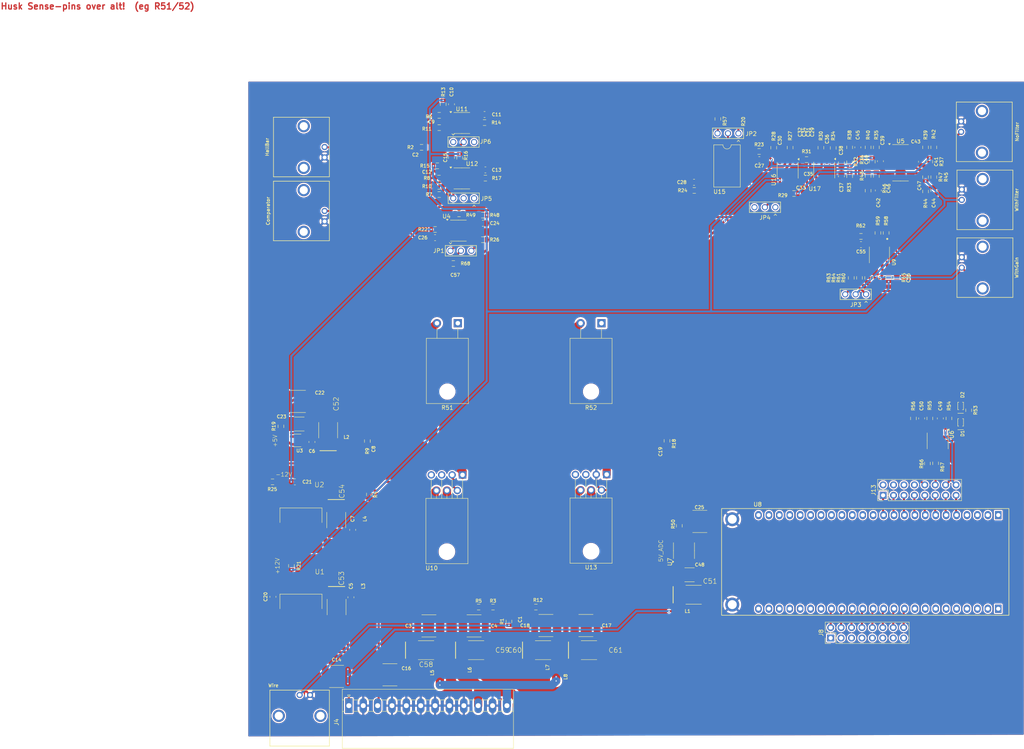
<source format=kicad_pcb>
(kicad_pcb (version 20240108) (generator "pcbnew") (generator_version "8.0")
  (layers (0 "F.Cu" signal) (31 "B.Cu" signal) (34 "B.Paste" user) (35 "F.Paste" user) (36 "B.SilkS" user "B.Silkscreen") (37 "F.SilkS" user "F.Silkscreen") (38 "B.Mask" user) (39 "F.Mask" user) (44 "Edge.Cuts" user))
  (net 0 "")
  (net 1 "Net-(C1-Pad2)")
  (net 2 "GND")
  (net 3 "Net-(C2-Pad2)")
  (net 4 "-10V")
  (net 5 "+10V")
  (net 6 "+15V")
  (net 7 "-15V")
  (net 8 "+12V")
  (net 9 "-12V")
  (net 10 "+5V")
  (net 11 "Net-(U4-Vcc+)")
  (net 12 "Net-(U4-Vcc-)")
  (net 13 "Net-(C29-Pad2)")
  (net 14 "Net-(J3-Pad1)")
  (net 15 "Net-(C39-Pad2)")
  (net 16 "Net-(U5E-V+)")
  (net 17 "Net-(U5E-V-)")
  (net 18 "Net-(U5A--)")
  (net 19 "Net-(U6-DIN)")
  (net 20 "Net-(C43-Pad2)")
  (net 21 "Net-(U5D--)")
  (net 22 "Net-(U6-~{CS}{slash}SHDN)")
  (net 23 "Net-(U6-CLK)")
  (net 24 "Net-(U5B--)")
  (net 25 "Net-(C46-Pad2)")
  (net 26 "Net-(U5C--)")
  (net 27 "Net-(J1-Pad1)")
  (net 28 "Net-(J2-Pad1)")
  (net 29 "Net-(U10-V-)")
  (net 30 "Net-(U10-V+)")
  (net 31 "Net-(U10-Vo)")
  (net 32 "Net-(JP1-A)")
  (net 33 "Net-(U6-VDD{slash}VREF)")
  (net 34 "Net-(U6-CH0)")
  (net 35 "Net-(U11--)")
  (net 41 "Net-(JP1-C)")
  (net 42 "Net-(R51-Pad1)")
  (net 43 "Net-(U1-VIN)")
  (net 47 "Net-(U3-ON{slash}OFF)")
  (net 48 "Net-(U11-Vcc)")
  (net 49 "Net-(U2-VIN)")
  (net 50 "Net-(U7-Vin)")
  (net 51 "Net-(U6-CH1)")
  (net 52 "Net-(LD_SML-P11VTT86R1-Pad2)")
  (net 53 "Net-(LD_SML-P11VTT86R2-Pad2)")
  (net 54 "Net-(LD_SML-P11VTT86R3-Pad2)")
  (net 55 "Net-(LD_SML-P11VTT86R4-Pad2)")
  (net 56 "V_wire")
  (net 57 "Net-(JP4-A)")
  (net 58 "Net-(U8-70_IOT41B)")
  (net 60 "Net-(U8-71_IOT41A)")
  (net 64 "Net-(U8-72_IOT39B)")
  (net 67 "Net-(U8-73_IOT39A)")
  (net 68 "Net-(U8-75_IOT38A)")
  (net 70 "Net-(U8-74_IOT38B)")
  (net 78 "Net-(U8-76_IOT37B)")
  (net 80 "Net-(U8-77_IOT37A)")
  (net 84 "Net-(U8-26_IOB8B)")
  (net 88 "Net-(U8-28_IOB11B)")
  (net 89 "Net-(U8-25_IOB8A)")
  (net 92 "Net-(U8-27_IOB11A)")
  (net 95 "Net-(U8-30_IOB13B)")
  (net 99 "Net-(U8-34_IOB23B)")
  (net 100 "Net-(U8-33_IOB23A)")
  (net 103 "Net-(U8-29_IOB13A)")
  (net 106 "Net-(U11--Vcc)")
  (net 107 "Net-(U12--)")
  (net 108 "Net-(U12--Vcc)")
  (net 109 "Net-(U12-Vcc)")
  (net 110 "Net-(U13-V+)")
  (net 111 "Net-(U13-V-)")
  (net 112 "Net-(U13-Vo)")
  (net 113 "Net-(U13--)")
  (net 114 "Net-(U15-V+)")
  (net 115 "Net-(U15-V-)")
  (net 116 "Net-(U16-V+)")
  (net 117 "Net-(U16-V-)")
  (net 118 "Net-(U17-+)")
  (net 119 "Net-(U17-Out)")
  (net 120 "Net-(U17--)")
  (net 121 "Net-(U17--Vcc)")
  (net 122 "Net-(U17-Vcc)")
  (net 123 "Net-(C42-Pad1)")
  (net 124 "Net-(C44-Pad1)")
  (net 125 "Net-(C45-Pad1)")
  (net 126 "Net-(JP3-C)")
  (net 127 "Net-(U9C-V-)")
  (net 128 "Net-(U9C-V+)")
  (net 129 "Net-(J7-Pad1)")
  (net 130 "Net-(JP1-B)")
  (net 131 "Net-(JP2-A)")
  (net 132 "Net-(JP2-C)")
  (net 133 "Net-(JP2-B)")
  (net 134 "Net-(JP3-A)")
  (net 135 "Net-(JP3-B)")
  (net 136 "Net-(JP4-C)")
  (net 137 "Net-(U10-+)")
  (net 138 "Net-(U12-+)")
  (net 139 "Net-(R20-Pad1)")
  (net 140 "Net-(U15-Vo)")
  (net 141 "Net-(U16-D)")
  (net 142 "Net-(D1-PadA)")
  (net 143 "Net-(U9A--)")
  (net 144 "Net-(U9B--)")
  (net 145 "Net-(U6-DOUT)")
  (net 150 "Net-(U14-sense_A2)")
  (net 151 "Net-(U14-sense_A1)")
  (net 152 "Net-(JP6-C)")
  (net 153 "Net-(JP5-B)")
  (net 163 "Net-(JP6-A)")
  (net 164 "Net-(J13-Pad12)")
  (net 165 "Net-(JP5-A)")
  (net 166 "Net-(JP5-C)")
  (net 167 "Net-(JP6-B)")
  (net 168 "Net-(R58-Pad2)")
  (net 169 "Net-(U10--)")
  (footprint "dtuspace_ipc:R0805_RESC200X125X50L35N" (layer "F.Cu") (at 208.5 36.5 90)
    (property "Reference" "R38")
    (property "Value" "R_0805_11k5_CID10.9.5870")
  )
  (footprint "dtuspace_ipc:R0805_RESC200X125X50L35N" (layer "F.Cu") (at 208.5 40.11 90)
    (property "Reference" "R32")
    (property "Value" "R_0805_10R0_CID10.9.4757")
  )
  (footprint "dtuspace_ipc:C0402_CAPC100X50X61L25N" (layer "F.Cu") (at 197.395 35.045 -90)
    (property "Reference" "C34")
    (property "Value" "C_0402_100pF_50V_C0G_CID1.2.681" (hide yes))
  )
  (footprint "dtuspace_ipc:R0805_RESC200X125X50L35N" (layer "F.Cu") (at 109.475 26 90)
    (property "Reference" "R13")
    (property "Value" "R_0805_10R0_CID10.9.4757")
  )
  (footprint "Package_SO:SOIC-8_3.9x4.9mm_P1.27mm" (layer "F.Cu") (at 202.31 42.03 -90)
    (property "Reference" "U17")
    (property "Value" "~")
  )
  (footprint "dtuspace_ipc:R0805_RESC200X125X50L35N" (layer "F.Cu") (at 228.04 102.54 90)
    (property "Reference" "R55")
    (property "Value" "R_0805_2k49_CID10.9.5859")
  )
  (footprint "dtuspace_ipc:R0805_RESC200X125X50L35N" (layer "F.Cu") (at 108.45 44)
    (property "Reference" "R8")
    (property "Value" "R_0805_100k_CID10.9.5903")
  )
  (footprint "dtuspace_ipc:C2220_CAPC570X500X270L60N" (layer "F.Cu") (at 134.5 153 180)
    (property "Reference" "C18")
    (property "Value" "C_2220_10uF_50V_X7R_CID1.2.4299")
  )
  (footprint "dtuspace_ipc:C2220_CAPC570X500X270L60N" (layer "F.Cu") (at 144.24 153)
    (property "Reference" "C17")
    (property "Value" "C_2220_10uF_50V_X7R_CID1.2.4299")
  )
  (footprint "dtuspace_ipc:R0805_RESC200X125X50L35N" (layer "F.Cu") (at 229 36.5 90)
    (property "Reference" "R42")
    (property "Value" "R_0805_100k_CID10.9.5903")
  )
  (footprint "dtuspace_ipc:C2917_CAPC730X430X310L130N" (layer "F.Cu") (at 170.5 145.5)
    (property "Reference" "C51")
    (property "Value" "C_2917_47uF_20V_20%_CID1.3.892")
  )
  (footprint "dtuspace_ipc:L0805_INDC200X125X140L50N" (layer "F.Cu") (at 85.945 108.905 180)
    (property "Reference" "L2")
    (property "Value" "L_3.3uH_870mA_CID7.3.944")
  )
  (footprint "Package_DIP:SMDIP-8_W9.53mm" (layer "F.Cu") (at 178.63 41.03)
    (property "Reference" "U15")
    (property "Value" "~")
  )
  (footprint "dtuspace_ipc:AMPHENOL_31-5431-2010" (layer "F.Cu") (at 74.5 175 180)
    (property "Reference" "Wire")
    (property "Value" "31-5431-2010_CID2.5.196")
  )
  (footprint "dtuspace_ipc:C0805_CAPC200X125X130L45N" (layer "F.Cu") (at 170.59 45 180)
    (property "Reference" "C28")
    (property "Value" "C_0805_100nF_16V_X7R_CID1.2.3078")
  )
  (footprint "dtuspace_ipc:C0805_CAPC200X125X130L45N" (layer "F.Cu") (at 215.5 47 -90)
    (property "Reference" "C42")
    (property "Value" "C_0805_100nF_16V_X7R_CID1.2.3078")
  )
  (footprint "dtuspace_ipc:R0805_RESC200X125X50L35N" (layer "F.Cu") (at 186.445 37.5)
    (property "Reference" "R23")
    (property "Value" "R_0805_10R0_CID10.9.4757")
  )
  (footprint "dtuspace_ipc:AMPHENOL_31-5431-2010" (layer "F.Cu") (at 240.895 65.8 -90)
    (property "Reference" "WithGain")
    (property "Value" "31-5431-2010_CID2.5.196")
  )
  (footprint "dtuspace_ipc:R0805_RESC200X125X50L35N" (layer "F.Cu") (at 119.755 44 180)
    (property "Reference" "R17")
    (property "Value" "R_0805_10R0_CID10.9.4757")
  )
  (footprint "dtuspace_ipc:C2917_CAPC730X430X310L130N" (layer "F.Cu") (at 105.304 159)
    (property "Reference" "C58")
    (property "Value" "C_2917_47uF_20V_20%_CID1.3.892")
  )
  (footprint "dtuspace_ipc:C2220_CAPC570X500X270L60N" (layer "F.Cu") (at 172 127.64155)
    (property "Reference" "C25")
    (property "Value" "C_2220_22uF_25V_X7R_CID1.2.4254")
  )
  (footprint "dtuspace_ipc:R0805_RESC200X125X50L35N" (layer "F.Cu") (at 176.395 29.585 -90)
    (property "Reference" "R57")
    (property "Value" "R_0805_51R1_CID10.9.208")
  )
  (footprint "dtuspace_ipc:R0805_RESC200X125X50L35N" (layer "F.Cu") (at 232.695 102.54 90)
    (property "Reference" "R54")
    (property "Value" "R_0805_220R_CID10.9.602")
  )
  (footprint "dtuspace_ipc:SML_P11" (layer "F.Cu") (at 70.105899 107.918539 90)
    (property "Reference" "+5V")
    (property "Value" "~")
  )
  (footprint "dtuspace_ipc:SOIC8P127_490X600X175L83X41N" (layer "F.Cu") (at 215.76 62.705 180)
    (property "Reference" "U9")
    (property "Value" "TL082")
  )
  (footprint "Package_SO:SOIC-14_3.9x8.7mm_P1.27mm" (layer "F.Cu") (at 220.895 40.26)
    (property "Reference" "U5")
    (property "Value" "TL084")
  )
  (footprint "dtuspace_ipc:R0805_RESC200X125X50L35N" (layer "F.Cu") (at 91.5 121.055 90)
    (property "Reference" "R4")
    (property "Value" "R_0805_100k_CID10.9.5903")
  )
  (footprint "dtuspace_ipc:R0805_RESC200X125X50L35N" (layer "F.Cu") (at 125.5 152 90)
    (property "Reference" "R1")
    (property "Value" "R_0805_1K_CID10.99.611")
  )
  (footprint "dtuspace_ipc:C0805_CAPC200X125X130L45N" (layer "F.Cu") (at 206.5 43.555 90)
    (property "Reference" "C37")
    (property "Value" "C_0805_100nF_16V_X7R_CID1.2.3078")
  )
  (footprint "dtuspace_ipc:R0805_RESC200X125X50L35N" (layer "F.Cu") (at 217.395 57.355 90)
    (property "Reference" "R58")
    (property "Value" "R_0805_511k_CID10.9.489")
  )
  (footprint "dtuspace_ipc:HEADER-P254-1x3" (layer "F.Cu") (at 210 72.3 180)
    (property "Reference" "JP3")
    (property "Value" "Jumper_3_Open")
  )
  (footprint "dtuspace_ipc:C0805_CAPC200X125X130L45N" (layer "F.Cu") (at 211.26 60.195 180)
    (property "Reference" "C55")
    (property "Value" "C_0805_100nF_16V_X7R_CID1.2.3078")
  )
  (footprint "dtuspace_ipc:C0402_CAPC100X50X61L25N" (layer "F.Cu") (at 127 151.5 90)
    (property "Reference" "C1")
    (property "Value" "C_0402_3.3nF_16V_X7R_CID1.2.2599" (hide yes))
  )
  (footprint "Package_SO:SO-8_3.9x4.9mm_P1.27mm" (layer "F.Cu") (at 113.18 56.78655)
    (property "Reference" "U4")
    (property "Value" "~")
  )
  (footprint "dtuspace_ipc:R0805_RESC200X125X50L35N" (layer "F.Cu") (at 228 40 -90)
    (property "Reference" "R37")
    (property "Value" "R_0805_10R0_CID10.9.4757")
  )
  (footprint "Package_SO:SOIC-8_3.9x4.9mm_P1.27mm" (layer "F.Cu") (at 229.945 108.015 -90)
    (property "Reference" "U6")
    (property "Value" "MCP3202" (hide yes))
  )
  (footprint "dtuspace_ipc:R0805_RESC200X125X50L35N" (layer "F.Cu") (at 190 36.585 90)
    (property "Reference" "R28")
    (property "Value" "R_0805_10R0_CID10.9.4757")
  )
  (footprint "dtuspace_ipc:R0805_RESC200X125X50L35N" (layer "F.Cu") (at 118.11 148.5)
    (property "Reference" "R5")
    (property "Value" "R_0805_100k_CID10.9.5903")
  )
  (footprint "dtuspace_ipc:C0402_CAPC100X50X61L25N" (layer "F.Cu") (at 108.95 42.5 180)
    (property "Reference" "C12")
    (property "Value" "C_0402_100pF_50V_C0G_CID1.2.681" (hide yes))
  )
  (footprint "Package_TO_SOT_THT:TO-220-2_Horizontal_TabDown" (layer "F.Cu") (at 113.04 79.34 180)
    (property "Reference" "R51")
    (property "Value" "5R")
  )
  (footprint "dtuspace_ipc:SML_P11" (layer "F.Cu") (at 71 138.5 90)
    (property "Reference" "+12V")
    (property "Value" "~")
  )
  (footprint "dtuspace_ipc:C0402_CAPC100X50X61L25N" (layer "F.Cu") (at 216.5 43.5 -90)
    (property "Reference" "C46")
    (property "Value" "C_0402_22nF_16V_X7R_CID1.2.2613" (hide yes))
  )
  (footprint "dtuspace_ipc:R0805_RESC200X125X50L35N" (layer "F.Cu") (at 201.5 36.585 -90)
    (property "Reference" "R30")
    (property "Value" "R_0805_5K_CID10.99.612")
  )
  (footprint "dtuspace_ipc:R0805_RESC200X125X50L35N" (layer "F.Cu") (at 107.5 56.5)
    (property "Reference" "R22")
    (property "Value" "R_0805_10R0_CID10.9.4757")
  )
  (footprint "dtuspace_ipc:L0805_INDC200X125X140L50N" (layer "F.Cu") (at 137 163.2 -90)
    (property "Reference" "L7")
    (property "Value" "L_3.3uH_870mA_CID7.3.944")
  )
  (footprint "dtuspace_ipc:C1812_CAPC450X320X280L60N" (layer "F.Cu") (at 169.5 140.64155)
    (property "Reference" "C48")
    (property "Value" "C_1812_4.7uF_25V_X7R_CID1.2.4026")
  )
  (footprint "Package_TO_SOT_THT:TO-220-2_Horizontal_TabDown" (layer "F.Cu") (at 148.04 79.34 180)
    (property "Reference" "R52")
    (property "Value" "5R")
  )
  (footprint "dtuspace_ipc:R0805_RESC200X125X50L35N" (layer "F.Cu") (at 69.945 104.46 90)
    (property "Reference" "R19")
    (property "Value" "R_0805_3k83_CID10.9.461")
  )
  (footprint "dtuspace_ipc:R0805_RESC200X125X50L35N" (layer "F.Cu") (at 204.5 36.64 90)
    (property "Reference" "R34")
    (property "Value" "R_0805_10k0_CID10.9.476")
  )
  (footprint "dtuspace_ipc:DPAK3P508_1419X457L172X97T635X1023N" (layer "F.Cu") (at 74.825 148.635 180)
    (property "Reference" "U1")
    (property "Value" "L7812ABD2T-TR_CID8.52.934")
  )
  (footprint "dtuspace_ipc:HEADER-P254-1x3" (layer "F.Cu") (at 114.42 35.2)
    (property "Reference" "JP6")
    (property "Value" "Jumper_3_Open")
  )
  (footprint "dtuspace_ipc:C0805_CAPC200X125X130L45N" (layer "F.Cu") (at 87 146.125 90)
    (property "Reference" "C5")
    (property "Value" "C_0805_330nF_50V_X7R_CID1.2.632")
  )
  (footprint "dtuspace_ipc:R0805_RESC200X125X50L35N" (layer "F.Cu") (at 104.205 36.5)
    (property "Reference" "R2")
    (property "Value" "R_0805_1K_CID10.99.611")
  )
  (footprint "dtuspace_ipc:AMPHENOL_31-5431-2010" (layer "F.Cu") (at 75.5 36.42 90)
    (property "Reference" "HallBar")
    (property "Value" "31-5431-2010_CID2.5.196")
  )
  (footprint "dtuspace_ipc:DPAK3P508_1419X457L172X97T635X1023N" (layer "F.Cu") (at 74.825 127.635 180)
    (property "Reference" "U2")
    (property "Value" "MC7912ACD2TR4G_CID8.52.429")
  )
  (footprint "dtuspace_ipc:C0805_CAPC200X125X130L45N" (layer "F.Cu") (at 210.5 36.5 -90)
    (property "Reference" "C45")
    (property "Value" "C_0805_100nF_16V_X7R_CID1.2.3078")
  )
  (footprint "dtuspace_ipc:R0805_RESC200X125X50L35N" (layer "F.Cu") (at 211.26 58.195)
    (property "Reference" "R62")
    (property "Value" "R_0805_10R0_CID10.9.4757")
  )
  (footprint "dtuspace_ipc:HEADER-P254-1x3" (layer "F.Cu") (at 187.895 51.085 180)
    (property "Reference" "JP4")
    (property "Value" "Jumper_3_Open")
  )
  (footprint "dtuspace_ipc:C2220_CAPC570X500X270L60N" (layer "F.Cu") (at 83.5 165.4)
    (property "Reference" "C14")
    (property "Value" "C_2220_22uF_25V_X7R_CID1.2.4254")
  )
  (footprint "dtuspace_ipc:R0805_RESC200X125X50L35N" (layer "F.Cu") (at 108.055 41 180)
    (property "Reference" "R15")
    (property "Value" "R_0805_100k_CID10.9.5903")
  )
  (footprint "dtuspace_ipc:C0805_CAPC200X125X130L45N" (layer "F.Cu") (at 107.5 58.5 180)
    (property "Reference" "C26")
    (property "Value" "C_0805_100nF_16V_X7R_CID1.2.3078")
  )
  (footprint "dtuspace_ipc:R0805_RESC200X125X50L35N" (layer "F.Cu") (at 213 43.5 90)
    (property "Reference" "R43")
    (property "Value" "R_0805_11k5_CID10.9.5870")
  )
  (footprint "dtuspace_ipc:PHOENIX_1945193_12P" (layer "F.Cu") (at 86.5 172.52)
    (property "Reference" "J4")
    (property "Value" "1945193_12P_CID2.2.928")
  )
  (footprint "dtuspace_ipc:C0402_CAPC100X50X61L25N" (layer "F.Cu") (at 199.395 35.035 -90)
    (property "Reference" "C29")
    (property "Value" "C_0402_100pF_50V_C0G_CID1.2.681" (hide yes))
  )
  (footprint "dtuspace_ipc:R0805_RESC200X125X50L35N" (layer "F.Cu") (at 224.04 102.54 -90)
    (property "Reference" "R56")
    (property "Value" "R_0805_10k0_CID10.9.476")
  )
  (footprint "dtuspace_ipc:R0805_RESC200X125X50L35N" (layer "F.Cu") (at 212.895 68.3 90)
    (property "Reference" "R61")
    (property "Value" "R_0805_1M21_CID10.9.5950")
  )
  (footprint "Package_TO_SOT_THT:TO-220-7_P2.54x3.8mm_StaggerOdd_Lead5.85mm_TabDown" (layer "F.Cu") (at 114.191429 116.3 180)
    (property "Reference" "U10")
    (property "Value" "~")
  )
  (footprint "dtuspace_ipc:C0402_CAPC100X50X61L25N" (layer "F.Cu") (at 203 37.19 90)
    (property "Reference" "C36")
    (property "Value" "C_0402_100pF_50V_C0G_CID1.2.681" (hide yes))
  )
  (footprint "dtuspace_ipc:R0805_RESC200X125X50L35N" (layer "F.Cu") (at 227 43.75 -90)
    (property "Reference" "R47")
    (property "Value" "R_0805_26k1_CID10.9.5881")
  )
  (footprint "dtuspace_ipc:R0805_RESC200X125X50L35N" (layer "F.Cu") (at 170.645 47)
    (property "Reference" "R24")
    (property "Value" "R_0805_10R0_CID10.9.4757")
  )
  (footprint "dtuspace_ipc:AMPHENOL_31-5431-2010" (layer "F.Cu") (at 240.745 32.72 -90)
    (property "Reference" "NoFilter")
    (property "Value" "31-5431-2010_CID2.5.196")
  )
  (footprint "dtuspace_ipc:C0805_CAPC200X125X130L45N" (layer "F.Cu") (at 119.125 55 180)
    (property "Reference" "C24")
    (property "Value" "C_0805_100nF_16V_X7R_CID1.2.3078")
  )
  (footprint "dtuspace_ipc:C2917_CAPC730X430X310L130N" (layer "F.Cu") (at 81.445 105.405 90)
    (property "Reference" "C52")
    (property "Value" "C_2917_47uF_20V_20%_CID1.3.892")
  )
  (footprint "dtuspace_ipc:C0402_CAPC100X50X61L25N" (layer "F.Cu") (at 225.5 37.05 90)
    (property "Reference" "C43")
    (property "Value" "C_0402_470pF_50V_C0G_CID1.2.184" (hide yes))
  )
  (footprint "dtuspace_ipc:HEADER-P254-2x8" (layer "F.Cu") (at 212.77 154.77 90)
    (property "Reference" "J8")
    (property "Value" "2x8")
  )
  (footprint "dtuspace_ipc:C0402_CAPC100X50X61L25N" (layer "F.Cu") (at 194.445 46.3)
    (property "Reference" "C33")
    (property "Value" "C_0402_10nF_16V_X7R_CID1.2.2607" (hide yes))
  )
  (footprint "dtuspace_ipc:R0805_RESC200X125X50L35N" (layer "F.Cu") (at 208.895 68.3 90)
    (property "Reference" "R63")
    (property "Value" "R_0805_51k1_CID10.9.5890")
  )
  (footprint "dtuspace_ipc:HEADER-P254-1x3" (layer "F.Cu") (at 178.895 33.085 180)
    (property "Reference" "JP2")
    (property "Value" "Jumper_3_Open")
  )
  (footprint "dtuspace_ipc:R0805_RESC200X125X50L35N" (layer "F.Cu") (at 164 108 90)
    (property "Reference" "R18")
    (property "Value" "R_0805_100k_CID10.9.5903")
  )
  (footprint "dtuspace_ipc:R0805_RESC200X125X50L35N" (layer "F.Cu") (at 111.945 64.8)
    (property "Reference" "R68")
    (property "Value" "R_0805_1K_CID10.99.611")
  )
  (footprint "dtuspace_ipc:R0805_RESC200X125X50L35N" (layer "F.Cu") (at 119.125 53)
    (property "Reference" "R48")
    (property "Value" "R_0805_10R0_CID10.9.4757")
  )
  (footprint "dtuspace_ipc:C0805_CAPC200X125X130L45N" (layer "F.Cu") (at 68 146 -90)
    (property "Reference" "C20")
    (property "Value" "C_0805_1uF_16V_X7R_CID1.2.3095")
  )
  (footprint "dtuspace_ipc:C0402_CAPC100X50X61L25N" (layer "F.Cu") (at 198.45 41.5)
    (property "Reference" "C35")
    (property "Value" "C_0402_100pF_50V_C0G_CID1.2.681" (hide yes))
  )
  (footprint "dtuspace_ipc:C2220_CAPC570X500X270L60N" (layer "F.Cu") (at 106 153.09155 180)
    (property "Reference" "C3")
    (property "Value" "C_2220_10uF_50V_X7R_CID1.2.4299")
  )
  (footprint "dtuspace_ipc:L0805_INDC200X125X140L50N" (layer "F.Cu") (at 166.5 149.5)
    (property "Reference" "L1")
    (property "Value" "L_3.3uH_870mA_CID7.3.944")
  )
  (footprint "dtuspace_ipc:C0402_CAPC100X50X61L25N" (layer "F.Cu") (at 109 30.2 180)
    (property "Reference" "C9")
    (property "Value" "C_0402_100pF_50V_C0G_CID1.2.681" (hide yes))
  )
  (footprint "dtuspace_ipc:C0805_CAPC200X125X130L45N" (layer "F.Cu") (at 226 40 90)
    (property "Reference" "C41")
    (property "Value" "C_0805_100nF_16V_X7R_CID1.2.3078")
  )
  (footprint "dtuspace_ipc:C0402_CAPC100X50X61L25N" (layer "F.Cu") (at 191.5 37.085 90)
    (property "Reference" "C30")
    (property "Value" "C_0402_10nF_16V_X7R_CID1.2.2607" (hide yes))
  )
  (footprint "dtuspace_ipc:C0805_CAPC200X125X130L45N" (layer "F.Cu") (at 230.6 102.54 -90)
    (property "Reference" "C49")
    (property "Value" "C_0805_100nF_16V_X7R_CID1.2.3078")
  )
  (footprint "dtuspace_ipc:C0805_CAPC200X125X130L45N" (layer "F.Cu") (at 206.5 40.18 -90)
    (property "Reference" "C38")
    (property "Value" "C_0805_100nF_16V_X7R_CID1.2.3078")
  )
  (footprint "dtuspace_ipc:R0805_RESC200X125X50L35N" (layer "F.Cu") (at 213 47.055 90)
    (property "Reference" "R41")
    (property "Value" "R_0805_11k5_CID10.9.5870")
  )
  (footprint "dtuspace_ipc:AMPHENOL_31-5431-2010" (layer "F.Cu") (at 240.895 49.3 -90)
    (property "Reference" "WithFilter")
    (property "Value" "31-5431-2010_CID2.5.196")
  )
  (footprint "dtuspace_ipc:R0805_RESC200X125X50L35N" (layer "F.Cu") (at 229.445 113.47 90)
    (property "Reference" "R67")
    (property "Value" "R_0805_5k11_CID10.9.467")
  )
  (footprint "dtuspace_ipc:R0805_RESC200X125X50L35N" (layer "F.Cu") (at 194.945 47.7475 180)
    (property "Reference" "R29")
    (property "Value" "R_0805_10R0_CID10.9.4757")
  )
  (footprint "dtuspace_ipc:R0805_RESC200X125X50L35N" (layer "F.Cu") (at 215 36.5 90)
    (property "Reference" "R35")
    (property "Value" "R_0805_26k1_CID10.9.5881")
  )
  (footprint "dtuspace_ipc:C0805_CAPC200X125X130L45N" (layer "F.Cu") (at 73.34 118 180)
    (property "Reference" "C21")
    (property "Value" "C_0805_1uF_16V_X7R_CID1.2.3095")
  )
  (footprint "dtuspace_ipc:C0402_CAPC100X50X61L25N" (layer "F.Cu") (at 196.395 35.035 -90)
    (property "Reference" "C32")
    (property "Value" "C_0402_100pF_50V_C0G_CID1.2.681" (hide yes))
  )
  (footprint "dtuspace_ipc:C0805_CAPC200X125X130L45N" (layer "F.Cu") (at 216 39.875 90)
    (property "Reference" "C40")
    (property "Value" "C_0805_100nF_16V_X7R_CID1.2.3078")
  )
  (footprint "dtuspace_ipc:R0805_RESC200X125X50L35N" (layer "F.Cu") (at 113.335 52.69)
    (property "Reference" "R49")
    (property "Value" "R_0805_1M05_CID10.9.5947")
  )
  (footprint "dtuspace_ipc:R0805_RESC200X125X50L35N" (layer "F.Cu") (at 215 43.5 -90)
    (property "Reference" "R46")
    (property "Value" "R_0805_26k1_CID10.9.5881")
  )
  (footprint "dtuspace_ipc:R0805_RESC200X125X50L35N" (layer "F.Cu") (at 108.5 28.7)
    (property "Reference" "R6")
    (property "Value" "R_0805_100k_CID10.9.5903")
  )
  (footprint "dtuspace_ipc:R0805_RESC200X125X50L35N" (layer "F.Cu") (at 237.5 100.555 -90)
    (property "Reference" "R53")
    (property "Value" "R_0805_1K_CID10.99.611")
  )
  (footprint "dtuspace_ipc:C2917_CAPC730X430X310L130N" (layer "F.Cu") (at 133.804 159)
    (property "Reference" "C60")
    (property "Value" "C_2917_47uF_20V_20%_CID1.3.892")
  )
  (footprint "dtuspace_ipc:R0805_RESC200X125X50L35N" (layer "F.Cu") (at 227 36.5 -90)
    (property "Reference" "R39")
    (property "Value" "R_0805_100k_CID10.9.5903")
  )
  (footprint "dtuspace_ipc:C0805_CAPC200X125X130L45N" (layer "F.Cu") (at 119.755 42)
    (property "Reference" "C13")
    (property "Value" "C_0805_100nF_16V_X7R_CID1.2.3078")
  )
  (footprint "dtuspace_ipc:R0805_RESC200X125X50L35N" (layer "F.Cu") (at 113.5 39.065 90)
    (property "Reference" "R16")
    (property "Value" "R_0805_10R0_CID10.9.4757")
  )
  (footprint "dtuspace_ipc:R0805_RESC200X125X50L35N" (layer "F.Cu") (at 214.895 68.245 -90)
    (property "Reference" "R60")
    (property "Value" "R_0805_511k_CID10.9.489")
  )
  (footprint "dtuspace_ipc:R0805_RESC200X125X50L35N" (layer "F.Cu") (at 218 68.245 -90)
    (property "Reference" "R65")
    (property "Value" "R_0805_10R0_CID10.9.4757")
  )
  (footprint "dtuspace_ipc:C0805_CAPC200X125X130L45N" (layer "F.Cu") (at 229 47.125 -90)
    (property "Reference" "C44")
    (property "Value" "C_0805_100nF_16V_X7R_CID1.2.3078")
  )
  (footprint "dtuspace_ipc:R0805_RESC200X125X50L35N" (layer "F.Cu") (at 108.5 46)
    (property "Reference" "R10")
    (property "Value" "R_0805_100k_CID10.9.5903")
  )
  (footprint "Package_SO:SOIC-8_3.9x4.9mm_P1.27mm" (layer "F.Cu") (at 193.395 42.085 -90)
    (property "Reference" "U16")
    (property "Value" "~")
  )
  (footprint "dtuspace_ipc:R0805_RESC200X125X50L35N" (layer "F.Cu") (at 208.5 43.555 90)
    (property "Reference" "R33")
    (property "Value" "R_0805_10R0_CID10.9.4757")
  )
  (footprint "dtuspace_ipc:C0402_CAPC100X50X61L25N" (layer "F.Cu") (at 112.395 66.3)
    (property "Reference" "C57")
    (property "Value" "C_0402_3.3nF_16V_X7R_CID1.2.2599" (hide yes))
  )
  (footprint "dtuspace_ipc:C0805_CAPC200X125X130L45N" (layer "F.Cu") (at 77.5 108.28 90)
    (property "Reference" "C6")
    (property "Value" "C_0805_1uF_16V_X7R_CID1.2.3095")
  )
  (footprint "dtuspace_ipc:R0805_RESC200X125X50L35N" (layer "F.Cu") (at 119.555 30.475 180)
    (property "Reference" "R14")
    (property "Value" "R_0805_10R0_CID10.9.4757")
  )
  (footprint "dtuspace_ipc:AMPHENOL_31-5431-2010" (layer "F.Cu") (at 75.5 52 90)
    (property "Reference" "Comparator")
    (property "Value" "31-5431-2010_CID2.5.196")
  )
  (footprint "dtuspace_ipc:R0805_RESC200X125X50L35N" (layer "F.Cu") (at 210.895 68.3 90)
    (property "Reference" "R64")
    (property "Value" "R_0805_5k11_CID10.9.467")
  )
  (footprint "dtuspace_ipc:C2220_CAPC570X500X270L60N" (layer "F.Cu") (at 74.205 98.405 180)
    (property "Reference" "C22")
    (property "Value" "C_2220_22uF_25V_X7R_CID1.2.4254")
  )
  (footprint "dtuspace_ipc:C0805_CAPC200X125X130L45N" (layer "F.Cu") (at 226.04 102.54 -90)
    (property "Reference" "C50")
    (property "Value" "C_0805_100nF_16V_X7R_CID1.2.3078")
  )
  (footprint "dtuspace_ipc:L0805_INDC200X125X140L50N" (layer "F.Cu") (at 90 146 90)
    (property "Reference" "L3")
    (property "Value" "L_3.3uH_870mA_CID7.3.944")
  )
  (footprint "dtuspace_ipc:C0805_CAPC200X125X130L45N" (layer "F.Cu") (at 87.42 129.685 90)
    (property "Reference" "C7")
    (property "Value" "C_0805_330nF_50V_X7R_CID1.2.632")
  )
  (footprint "dtuspace_ipc:R0805_RESC200X125X50L35N" (layer "F.Cu") (at 194 36.555 90)
    (property "Reference" "R27")
    (property "Value" "R_0805_5K_CID10.99.612")
  )
  (footprint "dtuspace_ipc:R0805_RESC200X125X50L35N" (layer "F.Cu") (at 91 108.055 90)
    (property "Reference" "R9")
    (property "Value" "R_0805_100k_CID10.9.5903")
  )
  (footprint "dtuspace_ipc:L0805_INDC200X125X140L50N" (layer "F.Cu") (at 141.5 165.5 -90)
    (property "Reference" "L8")
    (property "Value" "L_3.3uH_870mA_CID7.3.944")
  )
  (footprint "dtuspace_ipc:L0805_INDC200X125X140L50N" (layer "F.Cu") (at 90.42 129.81 -90)
    (property "Reference" "L4")
    (property "Value" "L_3.3uH_870mA_CID7.3.944")
  )
  (footprint "dtuspace_ipc:C2220_CAPC570X500X270L60N" (layer "F.Cu") (at 96.5 165)
    (property "Reference" "C16")
    (property "Value" "C_2220_22uF_25V_X7R_CID1.2.4254")
  )
  (footprint "dtuspace_ipc:HEADER-P254-1x3" (layer "F.Cu") (at 113.755 61.69)
    (property "Reference" "JP1")
    (property "Value" "Jumper_3_Open")
  )
  (footprint "dtuspace_ipc:C0402_CAPC100X50X61L25N" (layer "F.Cu") (at 104.475 38.32155)
    (property "Reference" "C2")
    (property "Value" "C_0402_3.3nF_16V_X7R_CID1.2.2599" (hide yes))
  )
  (footprint "dtuspace_ipc:C0805_CAPC200X125X130L45N" (layer "F.Cu") (at 111.5 39.065 90)
    (property "Reference" "C15")
    (property "Value" "C_0805_100nF_16V_X7R_CID1.2.3078")
  )
  (footprint "dtuspace_ipc:R0402_RESC100X50X37L20N" (layer "F.Cu") (at 181.395 30.1 -90)
    (property "Reference" "R20")
    (property "Value" "R_0402_470R_CID10.9.70")
  )
  (footprint "dtuspace_ipc:R0805_RESC200X125X50L35N" (layer "F.Cu") (at 108.5 48)
    (property "Reference" "R7")
    (property "Value" "R_0805_100k_CID10.9.5903")
  )
  (footprint "dtuspace_ipc:R0805_RESC200X125X50L35N" (layer "F.Cu") (at 214 40 90)
    (property "Reference" "R36")
    (property "Value" "R_0805_10R0_CID10.9.4757")
  )
  (footprint "dtuspace_ipc:R0805_RESC200X125X50L35N" (layer "F.Cu") (at 227.445 113.525 -90)
    (property "Reference" "R66")
    (property "Value" "R_0805_9k53_CID10.9.5867")
  )
  (footprint "Package_SO:SOIC-8_3.9x4.9mm_P1.27mm" (layer "F.Cu") (at 114.025 30.565)
    (property "Reference" "U11")
    (property "Value" "~")
  )
  (footprint "dtuspace_ipc:SOT23-5P95_270X145L35X35N" (layer "F.Cu") (at 73.945 107.905 90)
    (property "Reference" "U3")
    (property "Value" "LP2981IM5-5.0-NOPB_CID8.52.176" (hide yes))
  )
  (footprint "Package_SO:SOIC-8_3.9x4.9mm_P1.27mm" (layer "F.Cu") (at 114.025 44.065)
    (property "Reference" "U12")
    (property "Value" "~")
  )
  (footprint "dtuspace_ipc:R0805_RESC200X125X50L35N" (layer "F.Cu") (at 167 128.69655 90)
    (property "Reference" "R50")
    (property "Value" "R_0805_3k83_CID10.9.461")
  )
  (footprint "dtuspace_ipc:C0805_CAPC200X125X130L45N" (layer "F.Cu") (at 220 68.3 -90)
    (property "Reference" "C56")
    (property "Value" "C_0805_100nF_16V_X7R_CID1.2.3078")
  )
  (footprint "dtuspace_ipc:C0402_CAPC100X50X61L25N" (layer "F.Cu") (at 225.5 43.5 -90)
    (property "Reference" "C47")
    (property "Value" "C_0402_22nF_16V_X7R_CID1.2.2613" (hide yes))
  )
  (footprint "dtuspace_ipc:C0805_CAPC200X125X130L45N" (layer "F.Cu") (at 111.5 26 90)
    (property "Reference" "C10")
    (property "Value" "C_0805_100nF_16V_X7R_CID1.2.3078")
  )
  (footprint "Package_TO_SOT_THT:TO-220-7_P2.54x3.8mm_StaggerOdd_Lead5.85mm_TabDown" (layer "F.Cu") (at 149.31 116.2 180)
    (property "Reference" "U13")
    (property "Value" "~")
  )
  (footprint "dtuspace_ipc:HEADER-P254-1x3" (layer "F.Cu") (at 114.5 48.9 180)
    (property "Reference" "JP5")
    (property "Value" "Jumper_3_Open")
  )
  (footprint "dtuspace_ipc:HEADER-P254-2x8" (layer "F.Cu") (at 225.54 120 90)
    (property "Reference" "J13")
    (property "Value" "2x8")
  )
  (footprint "dtuspace_ipc:SOD250X130X120L30X30N" (layer "F.Cu") (at 235.54 103.5 90)
    (property "Reference" "D1")
    (property "Value" "CUS520,H3F_CID4.2.447")
  )
  (footprint "dtuspace_ipc:R0805_RESC200X125X50L35N" (layer "F.Cu") (at 198 39.5)
    (property "Reference" "R31")
    (property "Value" "R_0805_10k0_CID10.9.476")
  )
  (footprint "dtuspace_ipc:C2917_CAPC730X430X310L130N" (layer "F.Cu") (at 83.5 148.5 -90)
    (property "Reference" "C53")
    (property "Value" "C_2917_47uF_20V_20%_CID1.3.892")
  )
  (footprint "dtuspace_ipc:R0805_RESC200X125X50L35N" (layer "F.Cu") (at 121.61 148.5 180)
    (property "Reference" "R3")
    (property "Value" "R_0805_100k_CID10.9.5903")
  )
  (footprint "dtuspace_ipc:SML_P11" (layer "F.Cu") (at 164.23 134.7831 90)
    (property "Reference" "5V_ADC")
    (property "Value" "~")
  )
  (footprint "dtuspace_ipc:C0402_CAPC100X50X61L25N" (layer "F.Cu") (at 92.5 108.055 90)
    (property "Reference" "C8")
    (property "Value" "C_0402_100pF_50V_C0G_CID1.2.681" (hide yes))
  )
  (footprint "dtuspace_ipc:C0805_CAPC200X125X130L45N" (layer "F.Cu") (at 119.555 28.5)
    (property "Reference" "C11")
    (property "Value" "C_0805_100nF_16V_X7R_CID1.2.3078")
  )
  (footprint "dtuspace_ipc:R0805_RESC200X125X50L35N" (layer "F.Cu") (at 108.5 31.7 180)
    (property "Reference" "R11")
    (property "Value" "R_0805_100k_CID10.9.5903")
  )
  (footprint "dtuspace_ipc:C2220_CAPC570X500X270L60N" (layer "F.Cu") (at 117 153.09155)
    (property "Reference" "C4")
    (property "Value" "C_2220_10uF_50V_X7R_CID1.2.4299")
  )
  (footprint "0my_project:DIP-48_TangNano9K" (layer "F.Cu") (at 215.5 137.5 180)
    (property "Reference" "U8")
    (property "Value" "Tang_Nano_9K" (hide yes))
  )
  (footprint "dtuspace_ipc:C0402_CAPC100X50X61L25N" (layer "F.Cu") (at 162.5 107.895 90)
    (property "Reference" "C19")
    (property "Value" "C_0402_100pF_50V_C0G_CID1.2.681" (hide yes))
  )
  (footprint "dtuspace_ipc:R0805_RESC200X125X50L35N" (layer "F.Cu") (at 227 47.25 90)
    (property "Reference" "R44")
    (property "Value" "R_0805_11k5_CID10.9.5870")
  )
  (footprint "dtuspace_ipc:SOD250X130X120L30X30N" (layer "F.Cu") (at 235.54 99.5 90)
    (property "Reference" "D2")
    (property "Value" "CUS520,H3F_CID4.2.447")
  )
  (footprint "dtuspace_ipc:C2917_CAPC730X430X310L130N" (layer "F.Cu") (at 145 159)
    (property "Reference" "C61")
    (property "Value" "C_2917_47uF_20V_20%_CID1.3.892")
  )
  (footprint "dtuspace_ipc:SML_P11" (layer "F.Cu") (at 70.84 118 180)
    (property "Reference" "-12V")
    (property "Value" "~")
  )
  (footprint "dtuspace_ipc:L0805_INDC200X125X140L50N" (layer "F.Cu") (at 108.67 164.5 -90)
    (property "Reference" "L5")
    (property "Value" "L_3.3uH_870mA_CID7.3.944")
  )
  (footprint "dtuspace_ipc:R0805_RESC200X125X50L35N" (layer "F.Cu") (at 72.5 138.445 -90)
    (property "Reference" "R21")
    (property "Value" "R_0805_10k5_CID10.9.5868")
  )
  (footprint "dtuspace_ipc:C0402_CAPC100X50X61L25N" (layer "F.Cu") (at 216.5 37.05 90)
    (property "Reference" "C39")
    (property "Value" "C_0402_22nF_16V_X7R_CID1.2.2613" (hide yes))
  )
  (footprint "dtuspace_ipc:R0805_RESC200X125X50L35N" (layer "F.Cu") (at 132.055 148.5)
    (property "Reference" "R12")
    (property "Value" "R_0805_100k_CID10.9.5903")
  )
  (footprint "dtuspace_ipc:C2917_CAPC730X430X310L130N" (layer "F.Cu") (at 83.42 127.31 -90)
    (property "Reference" "C54")
    (property "Value" "C_2917_47uF_20V_20%_CID1.3.892")
  )
  (footprint "dtuspace_ipc:C2917_CAPC730X430X310L130N" (layer "F.Cu") (at 117.5 159)
    (property "Reference" "C59")
    (property "Value" "C_2917_47uF_20V_20%_CID1.3.892")
  )
  (footprint "dtuspace_ipc:C1812_CAPC450X320X280L60N" (layer "F.Cu") (at 74.445 103.905)
    (property "Reference" "C23")
    (property "Value" "C_1812_4.7uF_25V_X7R_CID1.2.4026")
  )
  (footprint "dtuspace_ipc:C0805_CAPC200X125X130L45N" (layer "F.Cu") (at 186.5 39.5)
    (property "Reference" "C27")
    (property "Value" "C_0805_100nF_16V_X7R_CID1.2.3078")
  )
  (footprint "dtuspace_ipc:R0805_RESC200X125X50L35N" (layer "F.Cu") (at 229 43.75 90)
    (property "Reference" "R45")
    (property "Value" "R_0805_11k5_CID10.9.5870")
  )
  (footprint "dtuspace_ipc:R0805_RESC200X125X50L35N" (layer "F.Cu") (at 67.895 118 180)
    (property "Reference" "R25")
    (property "Value" "R_0805_10k5_CID10.9.5868")
  )
  (footprint "dtuspace_ipc:R0805_RESC200X125X50L35N" (layer "F.Cu") (at 215.395 57.355 -90)
    (property "Reference" "R59")
    (property "Value" "R_0805_511k_CID10.9.489")
  )
  (footprint "dtuspace_ipc:R0805_RESC200X125X50L35N" (layer "F.Cu") (at 119.125 59)
    (property "Reference" "R26")
    (property "Value" "R_0805_5k62_CID10.9.159")
  )
  (footprint "dtuspace_ipc:L0805_INDC200X125X140L50N" (layer "F.Cu") (at 114 164.5 -90)
    (property "Reference" "L6")
    (property "Value" "L_3.3uH_870mA_CID7.3.944")
  )
  (footprint "Package_SO:SOIC-8_3.9x4.9mm_P1.27mm" (layer "F.Cu") (at 168.135 134.7581 90)
    (property "Reference" "U7")
    (property "Value" "REF5050ID")
  )
  (footprint "dtuspace_ipc:C0402_CAPC100X50X61L25N" (layer "F.Cu") (at 198.395 35.035 -90)
    (property "Reference" "C31")
    (property "Value" "C_0402_100pF_50V_C0G_CID1.2.681" (hide yes))
  )
  (footprint "dtuspace_ipc:R0805_RESC200X125X50L35N" (layer "F.Cu") (at 213 36.5 -90)
    (property "Reference" "R40")
    (property "Value" "R_0805_11k5_CID10.9.5870")
  )
  (gr_text "Husk Sense-pins over alt!  (eg R51/52)" (at 1.5 3 0) (layer "F.Cu") (effects (font (size 1.5 1.5) (thickness 0.3) (bold yes)) (justify left bottom)))
  (segment (start 125.5 151.055) (end 126.995 151.055) (width 0.5) (layer "F.Cu") (net 1))
  (segment (start 126.995 151.055) (end 127 151.05) (width 0.5) (layer "F.Cu") (net 1))
  (segment (start 122.555 148.5) (end 127 148.5) (width 0.5) (layer "F.Cu") (net 1))
  (segment (start 127 151.05) (end 127 148.5) (width 0.5) (layer "F.Cu") (net 1))
  (segment (start 127 148.5) (end 131.11 148.5) (width 0.5) (layer "F.Cu") (net 1))
  (segment (start 76.945 98.405) (end 76.945 103.487) (width 0.5) (layer "F.Cu") (net 2))
  (segment (start 189.01 41.135) (end 187.375 39.5) (width 0.5) (layer "F.Cu") (net 2))
  (segment (start 83.5 151.696) (end 75.844 151.696) (width 0.5) (layer "F.Cu") (net 2))
  (segment (start 192.422499 40.922499) (end 192.209998 41.135) (width 0.5) (layer "F.Cu") (net 2))
  (segment (start 192.76 40.584999) (end 192.76 39.61) (width 0.5) (layer "F.Cu") (net 2))
  (segment (start 192.259999 41.085) (end 192.422499 40.922499) (width 0.5) (layer "F.Cu") (net 2))
  (segment (start 223.37 38.99) (end 225.865 38.99) (width 0.5) (layer "F.Cu") (net 2))
  (segment (start 92.17 109) (end 92.5 108.67) (width 0.5) (layer "F.Cu") (net 2))
  (segment (start 195.3 45.895) (end 194.895 46.3) (width 0.5) (layer "F.Cu") (net 2))
  (segment (start 77 107.905) (end 77.5 107.405) (width 0.5) (layer "F.Cu") (net 2))
  (segment (start 75.065 107.905) (end 77 107.905) (width 0.5) (layer "F.Cu") (net 2))
  (segment (start 75.844 151.696) (end 74.825 152.715) (width 0.5) (layer "F.Cu") (net 2))
  (segment (start 76.945 103.487) (end 76.527 103.905) (width 0.5) (layer "F.Cu") (net 2))
  (segment (start 225.865 38.99) (end 226 39.125) (width 0.5) (layer "F.Cu") (net 2))
  (segment (start 192.422499 40.922499) (end 192.76 40.584999) (width 0.5) (layer "F.Cu") (net 2))
  (segment (start 195.3 44.56) (end 195.3 45.895) (width 0.5) (layer "F.Cu") (net 2))
  (segment (start 192.209998 41.135) (end 189.01 41.135) (width 0.5) (layer "F.Cu") (net 2))
  (segment (start 91 109) (end 92.17 109) (width 0.5) (layer "F.Cu") (net 2))
  (segment (start 104.925 47.425) (end 105.5 48) (width 0.5) (layer "F.Cu") (net 3))
  (segment (start 104.925 38.32155) (end 104.925 36.725) (width 0.5) (layer "F.Cu") (net 3))
  (segment (start 105.15 30.35) (end 105.15 36.5) (width 0.5) (layer "F.Cu") (net 3))
  (segment (start 104.925 38.32155) (end 104.925 47.425) (width 0.5) (layer "F.Cu") (net 3))
  (segment (start 104.925 36.725) (end 105.15 36.5) (width 0.5) (layer "F.Cu") (net 3))
  (segment (start 106.8 28.7) (end 105.15 30.35) (width 0.5) (layer "F.Cu") (net 3))
  (segment (start 105.5 48) (end 107.555 48) (width 0.5) (layer "F.Cu") (net 3))
  (segment (start 107.555 28.7) (end 106.8 28.7) (width 0.5) (layer "F.Cu") (net 3))
  (segment (start 137 166.5) (end 137 164.3775) (width 2) (layer "F.Cu") (net 4))
  (segment (start 108.67 167.5) (end 108.67 165.6775) (width 2) (layer "F.Cu") (net 4))
  (via (at 137 166.5) (size 0.6) (drill 0.3) (layers "F.Cu" "B.Cu") (net 4))
  (via (at 137 165.5) (size 0.6) (drill 0.3) (layers "F.Cu" "B.Cu") (net 4))
  (via (at 108.67 166.5) (size 0.6) (drill 0.3) (layers "F.Cu" "B.Cu") (net 4))
  (via (at 108.67 167.5) (size 0.6) (drill 0.3) (layers "F.Cu" "B.Cu") (net 4))
  (segment (start 136 167.5) (end 137 166.5) (width 2) (layer "B.Cu") (net 4))
  (segment (start 125 167.5) (end 108.67 167.5) (width 2) (layer "B.Cu") (net 4))
  (segment (start 137 166.5) (end 137 165.5) (width 0.5) (layer "B.Cu") (net 4))
  (segment (start 108.67 167.5) (end 108.67 166.5) (width 0.5) (layer "B.Cu") (net 4))
  (segment (start 125 167.5) (end 136 167.5) (width 2) (layer "B.Cu") (net 4))
  (segment (start 125 172.52) (end 125 167.5) (width 2) (layer "B.Cu") (net 4))
  (segment (start 118.28 169.22) (end 125.994113 169.22) (width 2) (layer "F.Cu") (net 5))
  (segment (start 141.5 171) (end 141.5 166.6775) (width 2) (layer "F.Cu") (net 5))
  (segment (start 140 172.5) (end 141.5 171) (width 2) (layer "F.Cu") (net 5))
  (segment (start 118 169.5) (end 118.28 169.22) (width 0.5) (layer "F.Cu") (net 5))
  (segment (start 118 172.52) (end 118 169.5) (width 2) (layer "F.Cu") (net 5))
  (segment (start 125.994113 169.22) (end 129.274113 172.5) (width 2) (layer "F.Cu") (net 5))
  (segment (start 118 167.5) (end 116.1775 165.6775) (width 2) (layer "F.Cu") (net 5))
  (segment (start 118 169.5) (end 118 167.5) (width 2) (layer "F.Cu") (net 5))
  (segment (start 116.1775 165.6775) (end 114 165.6775) (width 2) (layer "F.Cu") (net 5))
  (segment (start 129.274113 172.5) (end 140 172.5) (width 2) (layer "F.Cu") (net 5))
  (segment (start 86.24 153.76) (end 90 150) (width 0.5) (layer "F.Cu") (net 6))
  (segment (start 165.635 149.5) (end 164.5 149.5) (width 0.5) (layer "F.Cu") (net 6))
  (segment (start 86.81 108.905) (end 86.81 110.69) (width 0.5) (layer "F.Cu") (net 6))
  (segment (start 86.5 167.4) (end 86.5 172.52) (width 0.5) (layer "F.Cu") (net 6))
  (segment (start 70 159.5) (end 86.24 159.5) (width 0.5) (layer "F.Cu") (net 6))
  (segment (start 86.24 167.14) (end 86.5 167.4) (width 0.5) (layer "F.Cu") (net 6))
  (segment (start 86.24 165.4) (end 86.24 163.64) (width 0.5) (layer "F.Cu") (net 6))
  (segment (start 90 150) (end 90 146.865) (width 0.5) (layer "F.Cu") (net 6))
  (segment (start 64 118.5) (end 64 153.5) (width 0.5) (layer "F.Cu") (net 6))
  (segment (start 86.81 110.69) (end 84 113.5) (width 0.5) (layer "F.Cu") (net 6))
  (segment (start 86.24 159.5) (end 86.24 153.76) (width 0.5) (layer "F.Cu") (net 6))
  (segment (start 86.24 165.4) (end 86.24 167.14) (width 0.5) (layer "F.Cu") (net 6))
  (segment (start 69 113.5) (end 64 118.5) (width 0.5) (layer "F.Cu") (net 6))
  (segment (start 64 153.5) (end 70 159.5) (width 0.5) (layer "F.Cu") (net 6))
  (segment (start 86.24 163.64) (end 86.24 159.5) (width 0.5) (layer "F.Cu") (net 6))
  (segment (start 84 113.5) (end 69 113.5) (width 0.5) (layer "F.Cu") (net 6))
  (via (at 86.24 165.4) (size 0.6) (drill 0.3) (layers "F.Cu" "B.Cu") (net 6))
  (via (at 164.5 149.5) (size 0.6) (drill 0.3) (layers "F.Cu" "B.Cu") (net 6))
  (via (at 86.24 163.64) (size 0.6) (drill 0.3) (layers "F.Cu" "B.Cu") (net 6))
  (via (at 86.24 167.14) (size 0.6) (drill 0.3) (layers "F.Cu" "B.Cu") (net 6))
  (segment (start 97.64 154) (end 152 154) (width 0.5) (layer "B.Cu") (net 6))
  (segment (start 156.5 149.5) (end 164.5 149.5) (width 0.5) (layer "B.Cu") (net 6))
  (segment (start 86.24 163.64) (end 86.24 167.14) (width 0.5) (layer "B.Cu") (net 6))
  (segment (start 86.24 165.76) (end 86.24 165.4) (width 0.5) (layer "B.Cu") (net 6))
  (segment (start 86.24 165.4) (end 97.64 154) (width 0.5) (layer "B.Cu") (net 6))
  (segment (start 152 154) (end 156.5 149.5) (width 0.5) (layer "B.Cu") (net 6))
  (segment (start 93.76 172.26) (end 93.76 130.26) (width 0.5) (layer "F.Cu") (net 7))
  (segment (start 93.76 130.26) (end 92.445 128.945) (width 0.5) (layer "F.Cu") (net 7))
  (segment (start 92.445 128.945) (end 90.42 128.945) (width 0.5) (layer "F.Cu") (net 7))
  (segment (start 93.5 172.52) (end 93.76 172.26) (width 0.5) (layer "F.Cu") (net 7))
  (segment (start 188.5 37.5) (end 188.5 36) (width 0.5) (layer "F.Cu") (net 8))
  (segment (start 189.5 39.5) (end 188.5 38.5) (width 0.5) (layer "F.Cu") (net 8))
  (segment (start 69.545 142.455) (end 72.285 142.455) (width 0.5) (layer "F.Cu") (net 8))
  (segment (start 188.5 38.5) (end 188.5 37.5) (width 0.5) (layer "F.Cu") (net 8))
  (segment (start 72.5 142) (end 72.5 139.39) (width 0.5) (layer "F.Cu") (net 8))
  (segment (start 188.5 36) (end 188.86 35.64) (width 0.5) (layer "F.Cu") (net 8))
  (segment (start 68 144) (end 69.545 142.455) (width 0.5) (layer "F.Cu") (net 8))
  (segment (start 72.285 142.215) (end 72.5 142) (width 0.5) (layer "F.Cu") (net 8))
  (segment (start 72.285 142.455) (end 72.285 142.215) (width 0.5) (layer "F.Cu") (net 8))
  (segment (start 188.86 35.64) (end 190 35.64) (width 0.5) (layer "F.Cu") (net 8))
  (segment (start 187.39 37.5) (end 188.5 37.5) (width 0.5) (layer "F.Cu") (net 8))
  (segment (start 68 145.125) (end 68 144) (width 0.5) (layer "F.Cu") (net 8))
  (via (at 208.5 41.055) (size 0.6) (drill 0.3) (layers "F.Cu" "B.Cu") (net 8))
  (via (at 218 69.19) (size 0.6) (drill 0.3) (layers "F.Cu" "B.Cu") (net 8))
  (via (at 120.07 53) (size 0.6) (drill 0.3) (layers "F.Cu" "B.Cu") (net 8))
  (via (at 113.5 38.12) (size 0.6) (drill 0.3) (layers "F.Cu" "B.Cu") (net 8))
  (via (at 189.5 39.5) (size 0.6) (drill 0.3) (layers "F.Cu" "B.Cu") (net 8))
  (via (at 214 39.055) (size 0.6) (drill 0.3) (layers "F.Cu" "B.Cu") (net 8))
  (via (at 72.5 139.39) (size 0.6) (drill 0.3) (layers "F.Cu" "B.Cu") (net 8))
  (via (at 109.475 25.055) (size 0.6) (drill 0.3) (layers "F.Cu" "B.Cu") (net 8))
  (segment (start 211 39.055) (end 209 41.055) (width 0.5) (layer "B.Cu") (net 8))
  (segment (start 74.11 139.39) (end 72.5 139.39) (width 0.5) (layer "B.Cu") (net 8))
  (segment (start 120.07 82) (end 120.07 93.43) (width 0.5) (layer "B.Cu") (net 8))
  (segment (start 106.2 27.1) (end 108.245 25.055) (width 0.5) (layer "B.Cu") (net 8))
  (segment (start 106.2 38.12) (end 113.5 38.12) (width 0.5) (layer "B.Cu") (net 8))
  (segment (start 174.75 76.5) (end 120.07 76.5) (width 0.5) (layer "B.Cu") (net 8))
  (segment (start 209 41.055) (end 208.5 41.055) (width 0.5) (layer "B.Cu") (net 8))
  (segment (start 212.5 76.5) (end 174.75 76.5) (width 0.5) (layer "B.Cu") (net 8))
  (segment (start 120.07 53) (end 120.07 52.07) (width 0.5) (layer "B.Cu") (net 8))
  (segment (start 218 69.19) (end 218 71) (width 0.5) (layer "B.Cu") (net 8))
  (segment (start 108.245 25.055) (end 109.475 25.055) (width 0.5) (layer "B.Cu") (net 8))
  (segment (start 120.07 53) (end 120.07 82) (width 0.5) (layer "B.Cu") (net 8))
  (segment (start 120.07 93.43) (end 74.11 139.39) (width 0.5) (layer "B.Cu") (net 8))
  (segment (start 218 71) (end 212.5 76.5) (width 0.5) (layer "B.Cu") (net 8))
  (segment (start 106.2 48.2) (end 106.2 27.1) (width 0.5) (layer "B.Cu") (net 8))
  (segment (start 119.5 51.5) (end 109.5 51.5) (width 0.5) (layer "B.Cu") (net 8))
  (segment (start 208.5 41) (end 189.5 41) (width 0.5) (layer "B.Cu") (net 8))
  (segment (start 109.5 51.5) (end 106.2 48.2) (width 0.5) (layer "B.Cu") (net 8))
  (segment (start 189.5 41) (end 174.75 55.75) (width 0.5) (layer "B.Cu") (net 8))
  (segment (start 189.5 41) (end 189.5 39.5) (width 0.5) (layer "B.Cu") (net 8))
  (segment (start 120.07 52.07) (end 119.5 51.5) (width 0.5) (layer "B.Cu") (net 8))
  (segment (start 174.75 55.75) (end 174.75 76.5) (width 0.5) (layer "B.Cu") (net 8))
  (segment (start 214 39.055) (end 211 39.055) (width 0.5) (layer "B.Cu") (net 8))
  (segment (start 72.305 118.16) (end 72.465 118) (width 0.5) (layer "F.Cu") (net 9))
  (segment (start 169.7 52) (end 121.7 52) (width 0.5) (layer "F.Cu") (net 9))
  (segment (start 71.29 118.16) (end 72.305 118.16) (width 0.5) (layer "F.Cu") (net 9))
  (segment (start 122 34.5) (end 120.5 33) (width 0.5) (layer "F.Cu") (net 9))
  (segment (start 72.465 118) (end 72.465 121.275) (width 0.5) (layer "F.Cu") (net 9))
  (segment (start 121.7 52) (end 120.7 51) (width 0.5) (layer "F.Cu") (net 9))
  (segment (start 120.5 33) (end 120.5 30.475) (width 0.5) (layer "F.Cu") (net 9))
  (segment (start 120.7 51) (end 120.7 44) (width 0.5) (layer "F.Cu") (net 9))
  (segment (start 106.555 52.945) (end 108.5 51) (width 0.5) (layer "F.Cu") (net 9))
  (segment (start 108.5 51) (end 120.7 51) (width 0.5) (layer "F.Cu") (net 9))
  (segment (start 169.7 47) (end 169.7 52) (width 0.5) (layer "F.Cu") (net 9))
  (segment (start 198.195 58.195) (end 192.25 52.25) (width 0.5) (layer "F.Cu") (net 9))
  (segment (start 171.2 53.5) (end 191 53.5) (width 0.5) (layer "F.Cu") (net 9))
  (segment (start 195.89 47.7475) (end 195.89 48.61) (width 0.5) (layer "F.Cu") (net 9))
  (segment (start 121.5 44) (end 122 43.5) (width 0.5) (layer "F.Cu") (net 9))
  (segment (start 191 53.5) (end 192.25 52.25) (width 0.5) (layer "F.Cu") (net 9))
  (segment (start 195.89 48.61) (end 192.25 52.25) (width 0.5) (layer "F.Cu") (net 9))
  (segment (start 72.465 121.275) (end 72.285 121.455) (width 0.5) (layer "F.Cu") (net 9))
  (segment (start 210.315 58.195) (end 198.195 58.195) (width 0.5) (layer "F.Cu") (net 9))
  (segment (start 122 43.5) (end 122 34.5) (width 0.5) (layer "F.Cu") (net 9))
  (segment (start 106.555 56.5) (end 106.555 52.945) (width 0.5) (layer "F.Cu") (net 9))
  (segment (start 169.7 52) (end 171.2 53.5) (width 0.5) (layer "F.Cu") (net 9))
  (segment (start 120.7 44) (end 121.5 44) (width 0.5) (layer "F.Cu") (net 9))
  (via (at 228 39.055) (size 0.6) (drill 0.3) (layers "F.Cu" "B.Cu") (net 9))
  (via (at 106.555 56.5) (size 0.6) (drill 0.3) (layers "F.Cu" "B.Cu") (net 9))
  (via (at 72.465 118) (size 0.6) (drill 0.3) (layers "F.Cu" "B.Cu") (net 9))
  (via (at 208.5 42.61) (size 0.6) (drill 0.3) (layers "F.Cu" "B.Cu") (net 9))
  (via (at 195.89 47.7475) (size 0.6) (drill 0.3) (layers "F.Cu" "B.Cu") (net 9))
  (segment (start 201.0825 42.555) (end 224.5 42.555) (width 0.5) (layer "B.Cu") (net 9))
  (segment (start 103.34 56.5) (end 72.465 87.375) (width 0.5) (layer "B.Cu") (net 9))
  (segment (start 224.5 42.555) (end 228 39.055) (width 0.5) (layer "B.Cu") (net 9))
  (segment (start 195.89 47.7475) (end 201.0825 42.555) (width 0.5) (layer "B.Cu") (net 9))
  (segment (start 106.555 56.5) (end 103.34 56.5) (width 0.5) (layer "B.Cu") (net 9))
  (segment (start 72.465 87.375) (end 72.465 118) (width 0.5) (layer "B.Cu") (net 9))
  (segment (start 196.5 43) (end 191.5 43) (width 0.5) (layer "F.Cu") (net 10))
  (segment (start 71.595 104.673) (end 72.363 103.905) (width 0.5) (layer "F.Cu") (net 10))
  (segment (start 191.5 43) (end 191.49 43.01) (width 0.5) (layer "F.Cu") (net 10))
  (segment (start 72.825 108.855) (end 72.363 108.855) (width 0.5) (layer "F.Cu") (net 10))
  (segment (start 215.395 56.41) (end 206.91 56.41) (width 0.5) (layer "F.Cu") (net 10))
  (segment (start 72.595 98.405) (end 77.5 93.5) (width 0.5) (layer "F.Cu") (net 10))
  (segment (start 120.07 61.43) (end 120.07 59) (width 0.5) (layer "F.Cu") (net 10))
  (segment (start 71.973 103.515) (end 72.363 103.905) (width 0.5) (layer "F.Cu") (net 10))
  (segment (start 206.91 56.41) (end 198.1 47.6) (width 0.5) (layer "F.Cu") (net 10))
  (segment (start 198.1 44.6) (end 196.5 43) (width 0.5) (layer "F.Cu") (net 10))
  (segment (start 88 93.5) (end 120.07 61.43) (width 0.5) (layer "F.Cu") (net 10))
  (segment (start 71.465 103.48) (end 71.465 98.405) (width 0.5) (layer "F.Cu") (net 10))
  (segment (start 71.5 103.515) (end 71.465 103.48) (width 0.5) (layer "F.Cu") (net 10))
  (segment (start 173.5 59) (end 178.05 54.45) (width 0.5) (layer "F.Cu") (net 10))
  (segment (start 198.1 47.6) (end 198.1 44.6) (width 0.5) (layer "F.Cu") (net 10))
  (segment (start 72.363 108.855) (end 71.595 108.087) (width 0.5) (layer "F.Cu") (net 10))
  (segment (start 71.595 108.087) (end 71.595 104.673) (width 0.5) (layer "F.Cu") (net 10))
  (segment (start 69.945 103.515) (end 71.973 103.515) (width 0.5) (layer "F.Cu") (net 10))
  (segment (start 120.07 59) (end 173.5 59) (width 0.5) (layer "F.Cu") (net 10))
  (segment (start 71.465 98.405) (end 72.595 98.405) (width 0.5) (layer "F.Cu") (net 10))
  (segment (start 77.5 93.5) (end 88 93.5) (width 0.5) (layer "F.Cu") (net 10))
  (segment (start 191.49 43.01) (end 191.49 44.56) (width 0.5) (layer "F.Cu") (net 10))
  (via (at 191.5 44.5) (size 0.6) (drill 0.3) (layers "F.Cu" "B.Cu") (net 10))
  (via (at 178.05 54.45) (size 0.6) (drill 0.3) (layers "F.Cu" "B.Cu") (net 10))
  (segment (start 178.05 54.45) (end 188 44.5) (width 0.5) (layer "B.Cu") (net 10))
  (segment (start 188 44.5) (end 191.5 44.5) (width 0.5) (layer "B.Cu") (net 10))
  (segment (start 118.18 53) (end 118.18 54.93) (width 0.5) (layer "F.Cu") (net 11))
  (segment (start 114.28 54.78) (end 114.28 52.69) (width 0.5) (layer "F.Cu") (net 11))
  (segment (start 114.38155 54.88155) (end 114.28 54.78) (width 0.5) (layer "F.Cu") (net 11))
  (segment (start 118.13155 54.88155) (end 118.25 55) (width 0.5) (layer "F.Cu") (net 11))
  (segment (start 115.755 54.88155) (end 114.38155 54.88155) (width 0.5) (layer "F.Cu") (net 11))
  (segment (start 118.18 54.93) (end 118.25 55) (width 0.5) (layer "F.Cu") (net 11))
  (segment (start 115.755 54.88155) (end 118.13155 54.88155) (width 0.5) (layer "F.Cu") (net 11))
  (segment (start 108.445 56.5) (end 108.445 58.43) (width 0.5) (layer "F.Cu") (net 12))
  (segment (start 108.56655 58.69155) (end 108.375 58.5) (width 0.5) (layer "F.Cu") (net 12))
  (segment (start 110.605 58.69155) (end 108.56655 58.69155) (width 0.5) (layer "F.Cu") (net 12))
  (segment (start 108.445 58.43) (end 108.375 58.5) (width 0.5) (layer "F.Cu") (net 12))
  (segment (start 194.125 35.485) (end 194 35.61) (width 0.5) (layer "F.Cu") (net 13))
  (segment (start 201.345 35.485) (end 201.5 35.64) (width 0.5) (layer "F.Cu") (net 13))
  (segment (start 199.395 35.485) (end 201.345 35.485) (width 0.5) (layer "F.Cu") (net 13))
  (segment (start 196.395 35.485) (end 199.395 35.485) (width 0.5) (layer "F.Cu") (net 13))
  (segment (start 196.395 35.485) (end 194.125 35.485) (width 0.5) (layer "F.Cu") (net 13))
  (segment (start 96.11155 52) (end 108.91155 64.8) (width 0.5) (layer "F.Cu") (net 14))
  (segment (start 80.58 52) (end 96.11155 52) (width 0.5) (layer "F.Cu") (net 14))
  (segment (start 108.91155 64.8) (end 111 64.8) (width 0.5) (layer "F.Cu") (net 14))
  (segment (start 211.84 47.84) (end 211.84 36.955802) (width 0.3) (layer "F.Cu") (net 15))
  (segment (start 212 48) (end 211.84 47.84) (width 0.3) (layer "F.Cu") (net 15))
  (segment (start 216.5 36.6) (end 216.65 36.45) (width 0.3) (layer "F.Cu") (net 15))
  (segment (start 216.65 36.45) (end 218.42 36.45) (width 0.5) (layer "F.Cu") (net 15))
  (segment (start 213 48) (end 212 48) (width 0.3) (layer "F.Cu") (net 15))
  (segment (start 216.475 36.575) (end 216.5 36.6) (width 0.5) (layer "F.Cu") (net 15))
  (segment (start 216.4 36.5) (end 216.475 36.575) (width 0.3) (layer "F.Cu") (net 15))
  (segment (start 216.055 35.555) (end 215 35.555) (width 0.5) (layer "F.Cu") (net 15))
  (segment (start 216.5 36) (end 216.055 35.555) (width 0.5) (layer "F.Cu") (net 15))
  (segment (start 212.295802 36.5) (end 216.4 36.5) (width 0.3) (layer "F.Cu") (net 15))
  (segment (start 216.5 36.6) (end 216.5 36) (width 0.5) (layer "F.Cu") (net 15))
  (segment (start 211.84 36.955802) (end 212.295802 36.5) (width 0.3) (layer "F.Cu") (net 15))
  (segment (start 216.49 40.26) (end 216 40.75) (width 0.5) (layer "F.Cu") (net 16))
  (segment (start 215.805 40.945) (end 216 40.75) (width 0.5) (layer "F.Cu") (net 16))
  (segment (start 218.42 40.26) (end 216.49 40.26) (width 0.5) (layer "F.Cu") (net 16))
  (segment (start 214 40.945) (end 215.805 40.945) (width 0.5) (layer "F.Cu") (net 16))
  (segment (start 226 40.875) (end 227.93 40.875) (width 0.5) (layer "F.Cu") (net 17))
  (segment (start 223.37 40.26) (end 225.385 40.26) (width 0.5) (layer "F.Cu") (net 17))
  (segment (start 225.385 40.26) (end 226 40.875) (width 0.5) (layer "F.Cu") (net 17))
  (segment (start 227.93 40.875) (end 228 40.945) (width 0.5) (layer "F.Cu") (net 17))
  (segment (start 215 37.445) (end 213 37.445) (width 0.5) (layer "F.Cu") (net 18))
  (segment (start 215.055 37.5) (end 215 37.445) (width 0.5) (layer "F.Cu") (net 18))
  (segment (start 216.5 37.5) (end 215.055 37.5) (width 0.5) (layer "F.Cu") (net 18))
  (segment (start 216.5 37.5) (end 218.2 37.5) (width 0.5) (layer "F.Cu") (net 18))
  (segment (start 218.2 37.5) (end 218.42 37.72) (width 0.5) (layer "F.Cu") (net 18))
  (segment (start 225.01 110.49) (end 224 111.5) (width 0.5) (layer "F.Cu") (net 19))
  (segment (start 224 116) (end 226.73 118.73) (width 0.5) (layer "F.Cu") (net 19))
  (segment (start 228.04 110.49) (end 225.01 110.49) (width 0.5) (layer "F.Cu") (net 19))
  (segment (start 226.73 118.73) (end 226.81 118.73) (width 0.5) (layer "F.Cu") (net 19))
  (segment (start 224 111.5) (end 224 116) (width 0.5) (layer "F.Cu") (net 19))
  (segment (start 229 35.555) (end 232.83 35.555) (width 0.5) (layer "F.Cu") (net 20))
  (segment (start 225.5 36.6) (end 223.52 36.6) (width 0.5) (layer "F.Cu") (net 20))
  (segment (start 232.83 35.555) (end 235.665 32.72) (width 0.5) (layer "F.Cu") (net 20))
  (segment (start 225.525 36.575) (end 227.98 36.575) (width 0.3) (layer "F.Cu") (net 20))
  (segment (start 225.5 36.6) (end 225.525 36.575) (width 0.5) (layer "F.Cu") (net 20))
  (segment (start 227.98 36.575) (end 229 35.555) (width 0.5) (layer "F.Cu") (net 20))
  (segment (start 223.52 36.6) (end 223.37 36.45) (width 0.5) (layer "F.Cu") (net 20))
  (segment (start 227 37.445) (end 229 37.445) (width 0.5) (layer "F.Cu") (net 21))
  (segment (start 223.59 37.5) (end 223.37 37.72) (width 0.5) (layer "F.Cu") (net 21))
  (segment (start 225.5 37.5) (end 226.945 37.5) (width 0.5) (layer "F.Cu") (net 21))
  (segment (start 226.945 37.5) (end 227 37.445) (width 0.5) (layer "F.Cu") (net 21))
  (segment (start 225.5 37.5) (end 223.59 37.5) (width 0.5) (layer "F.Cu") (net 21))
  (via (at 231.85 105.54) (size 0.6) (drill 0.3) (layers "F.Cu" "B.Cu") (net 22))
  (segment (start 231.85 105.54) (end 231.85 106.85) (width 0.5) (layer "B.Cu") (net 22))
  (segment (start 233.5 108.5) (end 233.5 117.8) (width 0.5) (layer "B.Cu") (net 22))
  (segment (start 231.85 106.85) (end 233.5 108.5) (width 0.5) (layer "B.Cu") (net 22))
  (segment (start 233.5 117.8) (end 234.43 118.73) (width 0.5) (layer "B.Cu") (net 22))
  (segment (start 230.58 111.58) (end 233 114) (width 0.5) (layer "F.Cu") (net 23))
  (segment (start 230.58 110.49) (end 230.58 111.58) (width 0.5) (layer "F.Cu") (net 23))
  (segment (start 233 114) (end 233 117.62) (width 0.5) (layer "F.Cu") (net 23))
  (segment (start 233 117.62) (end 231.89 118.73) (width 0.5) (layer "F.Cu") (net 23))
  (segment (start 215.495 43.05) (end 215 42.555) (width 0.5) (layer "F.Cu") (net 24))
  (segment (start 216.5 43.05) (end 215.495 43.05) (width 0.5) (layer "F.Cu") (net 24))
  (segment (start 215 42.555) (end 213 42.555) (width 0.5) (layer "F.Cu") (net 24))
  (segment (start 216.5 43.05) (end 218.17 43.05) (width 0.5) (layer "F.Cu") (net 24))
  (segment (start 218.17 43.05) (end 218.42 42.8) (width 0.5) (layer "F.Cu") (net 24))
  (segment (start 216.5 43.95) (end 218.3 43.95) (width 0.5) (layer "F.Cu") (net 25))
  (segment (start 216.5 44) (end 216.055 44.445) (width 0.5) (layer "F.Cu") (net 25))
  (segment (start 221.895 48.195) (end 218.42 44.72) (width 0.5) (layer "F.Cu") (net 25))
  (segment (start 216.055 44.445) (end 215 44.445) (width 0.5) (layer "F.Cu") (net 25))
  (segment (start 218.3 43.95) (end 218.42 44.07) (width 0.5) (layer "F.Cu") (net 25))
  (segment (start 216.5 43.95) (end 216.5 44) (width 0.5) (layer "F.Cu") (net 25))
  (segment (start 227 48.195) (end 221.895 48.195) (width 0.5) (layer "F.Cu") (net 25))
  (segment (start 218.42 44.72) (end 218.42 44.07) (width 0.5) (layer "F.Cu") (net 25))
  (segment (start 223.37 42.8) (end 225.25 42.8) (width 0.5) (layer "F.Cu") (net 26))
  (segment (start 225.5 43.05) (end 226.755 43.05) (width 0.5) (layer "F.Cu") (net 26))
  (segment (start 225.25 42.8) (end 225.5 43.05) (width 0.5) (layer "F.Cu") (net 26))
  (segment (start 227 42.805) (end 229 42.805) (width 0.5) (layer "F.Cu") (net 26))
  (segment (start 226.755 43.05) (end 227 42.805) (width 0.5) (layer "F.Cu") (net 26))
  (via (at 125.5 152.945) (size 0.6) (drill 0.3) (layers "F.Cu" "B.Cu") (net 27))
  (segment (start 74.5 169.92) (end 91.42 153) (width 0.5) (layer "B.Cu") (net 27))
  (segment (start 125.445 153) (end 125.5 152.945) (width 0.5) (layer "B.Cu") (net 27))
  (segment (start 91.42 153) (end 125.445 153) (width 0.5) (layer "B.Cu") (net 27))
  (segment (start 80.66 36.5) (end 80.58 36.42) (width 0.5) (layer "F.Cu") (net 28))
  (segment (start 103.26 36.5) (end 80.66 36.5) (width 0.5) (layer "F.Cu") (net 28))
  (segment (start 108.74 158.76) (end 108.5 159) (width 2) (layer "F.Cu") (net 29))
  (segment (start 108.74 149.24) (end 107.381429 147.881429) (width 2) (layer "F.Cu") (net 29))
  (segment (start 108.5 159) (end 108.5 163.1775) (width 2) (layer "F.Cu") (net 29))
  (segment (start 108.74 153.09155) (end 108.74 149.24) (width 2) (layer "F.Cu") (net 29))
  (segment (start 107.381429 120.56) (end 107.841429 120.1) (width 2) (layer "F.Cu") (net 29))
  (segment (start 107.381429 147.881429) (end 107.381429 120.56) (width 2) (layer "F.Cu") (net 29))
  (segment (start 108.5 163.1775) (end 108.67 163.1775) (width 2) (layer "F.Cu") (net 29))
  (segment (start 108.74 153.09155) (end 108.74 158.76) (width 2) (layer "F.Cu") (net 29))
  (segment (start 114.304 162.8735) (end 114 163.1775) (width 2) (layer "F.Cu") (net 30))
  (segment (start 114.304 153.13555) (end 114.26 153.09155) (width 2) (layer "F.Cu") (net 30))
  (segment (start 114.26 125.251363) (end 110.381429 121.372792) (width 2) (layer "F.Cu") (net 30))
  (segment (start 114.304 159) (end 114.304 153.13555) (width 2) (layer "F.Cu") (net 30))
  (segment (start 114.304 159) (end 114.304 162.8735) (width 2) (layer "F.Cu") (net 30))
  (segment (start 110.381429 121.372792) (end 110.381429 120.1) (width 2) (layer "F.Cu") (net 30))
  (segment (start 114.26 153.09155) (end 114.26 125.251363) (width 2) (layer "F.Cu") (net 30))
  (segment (start 107 107) (end 107 106) (width 2) (layer "F.Cu") (net 31))
  (segment (start 114.191429 116.3) (end 114.191429 115.445887) (width 2) (layer "F.Cu") (net 31))
  (segment (start 107 107) (end 107 80.3) (width 2) (layer "F.Cu") (net 31))
  (segment (start 106.31 106.69) (end 91.39 106.69) (width 2) (layer "F.Cu") (net 31))
  (segment (start 107 108.254458) (end 107 107) (width 2) (layer "F.Cu") (net 31))
  (segment (start 107 80.3) (end 107.96 79.34) (width 2) (layer "F.Cu") (net 31))
  (segment (start 91.39 106.69) (end 91 107.08) (width 2) (layer "F.Cu") (net 31))
  (segment (start 114.191429 115.445887) (end 107 108.254458) (width 2) (layer "F.Cu") (net 31))
  (segment (start 107 106) (end 106.31 106.69) (width 2) (layer "F.Cu") (net 31))
  (segment (start 113.41 56.158292) (end 112.39 56.158292) (width 0.5) (layer "F.Cu") (net 32))
  (segment (start 113.41 59.41) (end 113.41 56.158292) (width 0.5) (layer "F.Cu") (net 32))
  (segment (start 111.255 61.69) (end 113.4725 59.4725) (width 0.5) (layer "F.Cu") (net 32))
  (segment (start 112.39 56.158292) (end 112.39 52.69) (width 0.5) (layer "F.Cu") (net 32))
  (segment (start 113.403258 56.15155) (end 113.41 56.158292) (width 0.5) (layer "F.Cu") (net 32))
  (segment (start 113.4725 59.4725) (end 113.41 59.41) (width 0.5) (layer "F.Cu") (net 32))
  (segment (start 110.605 56.15155) (end 113.403258 56.15155) (width 0.5) (layer "F.Cu") (net 32))
  (segment (start 168.77 132.2831) (end 168.77 128.13155) (width 0.5) (layer "F.Cu") (net 33))
  (segment (start 231.85 108) (end 233.5 108) (width 0.5) (layer "F.Cu") (net 33))
  (segment (start 169.15 127.75155) (end 167 127.75155) (width 0.5) (layer "F.Cu") (net 33))
  (segment (start 168.77 128.13155) (end 169.26 127.64155) (width 0.5) (layer "F.Cu") (net 33))
  (segment (start 169.26 127.64155) (end 169.15 127.75155) (width 0.5) (layer "F.Cu") (net 33))
  (segment (start 233.5 108) (end 235.54 105.96) (width 0.5) (layer "F.Cu") (net 33))
  (segment (start 169.26 127.64155) (end 169.26 123.94) (width 0.5) (layer "F.Cu") (net 33))
  (segment (start 231.85 108) (end 231.85 110.49) (width 0.5) (layer "F.Cu") (net 33))
  (segment (start 169.26 123.94) (end 185.2 108) (width 0.5) (layer "F.Cu") (net 33))
  (segment (start 185.2 108) (end 231.85 108) (width 0.5) (layer "F.Cu") (net 33))
  (segment (start 235.54 105.96) (end 235.54 104.54) (width 0.5) (layer "F.Cu") (net 33))
  (segment (start 230.67 103.485) (end 230.6 103.415) (width 0.5) (layer "F.Cu") (net 34))
  (segment (start 232.695 103.485) (end 230.67 103.485) (width 0.5) (layer "F.Cu") (net 34))
  (segment (start 230.58 103.435) (end 230.6 103.415) (width 0.5) (layer "F.Cu") (net 34))
  (segment (start 230.58 105.54) (end 230.58 103.435) (width 0.5) (layer "F.Cu") (net 34))
  (segment (start 109.45 30.2) (end 109.72 29.93) (width 0.5) (layer "F.Cu") (net 35))
  (segment (start 109.72 29.93) (end 111.55 29.93) (width 0.5) (layer "F.Cu") (net 35))
  (segment (start 109.445 28.7) (end 109.445 31.7) (width 0.5) (layer "F.Cu") (net 35))
  (segment (start 112.89 62.595) (end 112.89 64.8) (width 0.5) (layer "F.Cu") (net 41))
  (segment (start 112.89 64.8) (end 112.89 66.255) (width 0.5) (layer "F.Cu") (net 41))
  (segment (start 113.795 61.69) (end 112.89 62.595) (width 0.5) (layer "F.Cu") (net 41))
  (segment (start 112.89 66.255) (end 112.845 66.3) (width 0.5) (layer "F.Cu") (net 41))
  (segment (start 83.5 145.304) (end 83.5 143) (width 0.5) (layer "F.Cu") (net 43))
  (segment (start 90 145.135) (end 87.115 145.135) (width 0.5) (layer "F.Cu") (net 43))
  (segment (start 82.955 142.455) (end 77.365 142.455) (width 0.5) (layer "F.Cu") (net 43))
  (segment (start 87 145.25) (end 83.554 145.25) (width 0.5) (layer "F.Cu") (net 43))
  (segment (start 83.554 145.25) (end 83.5 145.304) (width 0.5) (layer "F.Cu") (net 43))
  (segment (start 83.5 143) (end 82.955 142.455) (width 0.5) (layer "F.Cu") (net 43))
  (segment (start 87.115 145.135) (end 87 145.25) (width 0.5) (layer "F.Cu") (net 43))
  (segment (start 80.891 109.155) (end 81.445 108.601) (width 0.5) (layer "F.Cu") (net 47))
  (segment (start 85.08 108.905) (end 81.749 108.905) (width 0.5) (layer "F.Cu") (net 47))
  (segment (start 77.445 109.155) (end 80.891 109.155) (width 0.5) (layer "F.Cu") (net 47))
  (segment (start 73.935 108.405) (end 74.385 108.855) (width 0.3) (layer "F.Cu") (net 47))
  (segment (start 74.385 106.955) (end 73.935 107.405) (width 0.3) (layer "F.Cu") (net 47))
  (segment (start 74.385 108.855) (end 75.065 108.855) (width 0.3) (layer "F.Cu") (net 47))
  (segment (start 75.065 106.955) (end 74.385 106.955) (width 0.3) (layer "F.Cu") (net 47))
  (segment (start 81.749 108.905) (end 81.445 108.601) (width 0.5) (layer "F.Cu") (net 47))
  (segment (start 77.2 108.855) (end 77.5 109.155) (width 0.5) (layer "F.Cu") (net 47))
  (segment (start 73.935 107.405) (end 73.935 108.405) (width 0.3) (layer "F.Cu") (net 47))
  (segment (start 75.065 108.855) (end 77.2 108.855) (width 0.5) (layer "F.Cu") (net 47))
  (segment (start 111.55 28.66) (end 111.55 26.925) (width 0.5) (layer "F.Cu") (net 48))
  (segment (start 111.55 26.925) (end 111.5 26.875) (width 0.5) (layer "F.Cu") (net 48))
  (segment (start 111.43 26.945) (end 111.5 26.875) (width 0.5) (layer "F.Cu") (net 48))
  (segment (start 109.475 26.945) (end 111.43 26.945) (width 0.5) (layer "F.Cu") (net 48))
  (segment (start 87.535 130.675) (end 87.42 130.56) (width 0.5) (layer "F.Cu") (net 49))
  (segment (start 76.034 130.506) (end 74.825 131.715) (width 0.5) (layer "F.Cu") (net 49))
  (segment (start 83.474 130.56) (end 83.42 130.506) (width 0.5) (layer "F.Cu") (net 49))
  (segment (start 87.42 130.56) (end 83.474 130.56) (width 0.5) (layer "F.Cu") (net 49))
  (segment (start 83.42 130.506) (end 76.034 130.506) (width 0.5) (layer "F.Cu") (net 49))
  (segment (start 90.42 130.675) (end 87.535 130.675) (width 0.5) (layer "F.Cu") (net 49))
  (segment (start 167.304 145.5) (end 167.304 149.439) (width 0.5) (layer "F.Cu") (net 50))
  (segment (start 167.5 137.2331) (end 167.5 140.55955) (width 0.5) (layer "F.Cu") (net 50))
  (segment (start 167.5 140.55955) (end 167.418 140.64155) (width 0.5) (layer "F.Cu") (net 50))
  (segment (start 167.418 145.386) (end 167.304 145.5) (width 0.5) (layer "F.Cu") (net 50))
  (segment (start 167.304 149.439) (end 167.365 149.5) (width 0.5) (layer "F.Cu") (net 50))
  (segment (start 167.418 140.64155) (end 167.418 145.386) (width 0.5) (layer "F.Cu") (net 50))
  (segment (start 229.085 103.485) (end 229.31 103.71) (width 0.5) (layer "F.Cu") (net 51))
  (segment (start 228.04 103.485) (end 229.085 103.485) (width 0.5) (layer "F.Cu") (net 51))
  (segment (start 224.04 103.485) (end 228.04 103.485) (width 0.5) (layer "F.Cu") (net 51))
  (segment (start 229.31 103.71) (end 229.31 105.54) (width 0.5) (layer "F.Cu") (net 51))
  (segment (start 69.945 105.405) (end 69.945 107.46764) (width 0.3) (layer "F.Cu") (net 52))
  (segment (start 69.945 107.46764) (end 69.945899 107.468539) (width 0.3) (layer "F.Cu") (net 52))
  (segment (start 71.39 137.5) (end 70.84 138.05) (width 0.5) (layer "F.Cu") (net 53))
  (segment (start 72.5 137.5) (end 71.39 137.5) (width 0.5) (layer "F.Cu") (net 53))
  (segment (start 70.39 118.16) (end 69 118.16) (width 0.5) (layer "F.Cu") (net 54))
  (segment (start 69 118.16) (end 68.84 118) (width 0.5) (layer "F.Cu") (net 54))
  (segment (start 167 129.64155) (end 165.75845 129.64155) (width 0.5) (layer "F.Cu") (net 55))
  (segment (start 164.07 131.33) (end 164.07 134.3331) (width 0.5) (layer "F.Cu") (net 55))
  (segment (start 165.75845 129.64155) (end 164.07 131.33) (width 0.5) (layer "F.Cu") (net 55))
  (segment (start 203.88 153.5) (end 203.88 149.22) (width 0.5) (layer "F.Cu") (net 58))
  (segment (start 203.88 149.22) (end 204.1 149) (width 0.5) (layer "F.Cu") (net 58))
  (segment (start 206.42 149.22) (end 206.64 149) (width 0.5) (layer "F.Cu") (net 60))
  (segment (start 206.42 153.5) (end 206.42 149.22) (width 0.5) (layer "F.Cu") (net 60))
  (segment (start 208.96 153.5) (end 208.96 149.22) (width 0.5) (layer "F.Cu") (net 64))
  (segment (start 208.96 149.22) (end 209.18 149) (width 0.5) (layer "F.Cu") (net 64))
  (segment (start 211.5 153.5) (end 211.5 149.22) (width 0.5) (layer "F.Cu") (net 67))
  (segment (start 211.5 149.22) (end 211.72 149) (width 0.5) (layer "F.Cu") (net 67))
  (segment (start 216.58 149.22) (end 216.8 149) (width 0.5) (layer "F.Cu") (net 68))
  (segment (start 216.58 153.5) (end 216.58 149.22) (width 0.5) (layer "F.Cu") (net 68))
  (segment (start 214.04 149.22) (end 214.26 149) (width 0.5) (layer "F.Cu") (net 70))
  (segment (start 214.04 153.5) (end 214.04 149.22) (width 0.5) (layer "F.Cu") (net 70))
  (segment (start 219.12 153.5) (end 219.12 149.22) (width 0.5) (layer "F.Cu") (net 78))
  (segment (start 219.12 149.22) (end 219.34 149) (width 0.5) (layer "F.Cu") (net 78))
  (segment (start 221.66 153.5) (end 221.66 149.22) (width 0.5) (layer "F.Cu") (net 80))
  (segment (start 221.66 149.22) (end 221.88 149) (width 0.5) (layer "F.Cu") (net 80))
  (segment (start 231.89 121.27) (end 231.89 126.0331) (width 0.5) (layer "F.Cu") (net 84))
  (segment (start 231.89 126.0331) (end 232.04 126.1831) (width 0.5) (layer "F.Cu") (net 84))
  (segment (start 226.81 121.27) (end 226.81 126.0331) (width 0.5) (layer "F.Cu") (net 88))
  (segment (start 226.81 126.0331) (end 226.96 126.1831) (width 0.5) (layer "F.Cu") (net 88))
  (segment (start 234.43 121.27) (end 234.43 125.97155) (width 0.5) (layer "F.Cu") (net 89))
  (segment (start 234.43 125.97155) (end 234.55 126.09155) (width 0.5) (layer "F.Cu") (net 89))
  (segment (start 229.35 121.27) (end 229.35 126.0331) (width 0.5) (layer "F.Cu") (net 92))
  (segment (start 229.35 126.0331) (end 229.5 126.1831) (width 0.5) (layer "F.Cu") (net 92))
  (segment (start 221.73 121.27) (end 221.73 126.0331) (width 0.5) (layer "F.Cu") (net 95))
  (segment (start 221.73 126.0331) (end 221.88 126.1831) (width 0.5) (layer "F.Cu") (net 95))
  (segment (start 216.65 121.27) (end 216.65 126.0331) (width 0.5) (layer "F.Cu") (net 99))
  (segment (start 216.65 126.0331) (end 216.8 126.1831) (width 0.5) (layer "F.Cu") (net 99))
  (segment (start 219.19 126.0331) (end 219.34 126.1831) (width 0.5) (layer "F.Cu") (net 100))
  (segment (start 219.19 121.27) (end 219.19 126.0331) (width 0.5) (layer "F.Cu") (net 100))
  (segment (start 224.27 126.0331) (end 224.42 126.1831) (width 0.5) (layer "F.Cu") (net 103))
  (segment (start 224.27 121.27) (end 224.27 126.0331) (width 0.5) (layer "F.Cu") (net 103))
  (segment (start 118.52 28.66) (end 118.68 28.5) (width 0.5) (layer "F.Cu") (net 106))
  (segment (start 118.61 30.475) (end 118.61 28.57) (width 0.5) (layer "F.Cu") (net 106))
  (segment (start 118.61 28.57) (end 118.68 28.5) (width 0.5) (layer "F.Cu") (net 106))
  (segment (start 116.5 28.66) (end 118.52 28.66) (width 0.5) (layer "F.Cu") (net 106))
  (segment (start 109.4 41.4) (end 109 41) (width 0.5) (layer "F.Cu") (net 107))
  (segment (start 109.4 43.43) (end 111.55 43.43) (width 0.5) (layer "F.Cu") (net 107))
  (segment (start 109.395 42.505) (end 109.4 42.5) (width 0.5) (layer "F.Cu") (net 107))
  (segment (start 109.4 42.5) (end 109.4 43.43) (width 0.5) (layer "F.Cu") (net 107))
  (segment (start 109.4 42.5) (end 109.4 41.4) (width 0.5) (layer "F.Cu") (net 107))
  (segment (start 109.395 44) (end 109.395 42.505) (width 0.5) (layer "F.Cu") (net 107))
  (segment (start 116.5 42.16) (end 118.72 42.16) (width 0.5) (layer "F.Cu") (net 108))
  (segment (start 118.81 44) (end 118.81 42.07) (width 0.5) (layer "F.Cu") (net 108))
  (segment (start 118.72 42.16) (end 118.88 42) (width 0.5) (layer "F.Cu") (net 108))
  (segment (start 118.81 42.07) (end 118.88 42) (width 0.5) (layer "F.Cu") (net 108))
  (segment (start 111.57 40.01) (end 111.5 39.94) (width 0.5) (layer "F.Cu") (net 109))
  (segment (start 111.55 42.16) (end 111.55 39.99) (width 0.5) (layer "F.Cu") (net 109))
  (segment (start 111.55 39.99) (end 111.5 39.94) (width 0.5) (layer "F.Cu") (net 109))
  (segment (start 113.5 40.01) (end 111.57 40.01) (width 0.5) (layer "F.Cu") (net 109))
  (segment (start 141.5 148.5) (end 149 141) (width 2) (layer "F.Cu") (net 110))
  (segment (start 141.804 163.8735) (end 141.5 164.1775) (width 2) (layer "F.Cu") (net 110))
  (segment (start 149 141) (end 149 124.634113) (width 2) (layer "F.Cu") (net 110))
  (segment (start 145.5 121.134113) (end 145.5 120) (width 2) (layer "F.Cu") (net 110))
  (segment (start 141.5 153) (end 141.5 158.696) (width 2) (layer "F.Cu") (net 110))
  (segment (start 149 124.634113) (end 145.5 121.134113) (width 2) (layer "F.Cu") (net 110))
  (segment (start 141.5 153) (end 141.5 148.5) (width 2) (layer "F.Cu") (net 110))
  (segment (start 141.804 159) (end 141.804 163.8735) (width 2) (layer "F.Cu") (net 110))
  (segment (start 141.5 158.696) (end 141.804 159) (width 2) (layer "F.Cu") (net 110))
  (segment (start 137.24 125.72) (end 142.96 120) (width 2) (layer "F.Cu") (net 111))
  (segment (start 137.24 153) (end 137.24 125.72) (width 2) (layer "F.Cu") (net 111))
  (segment (start 137.24 158.76) (end 137 159) (width 2) (layer "F.Cu") (net 111))
  (segment (start 137.24 153) (end 137.24 158.76) (width 2) (layer "F.Cu") (net 111))
  (segment (start 137 159) (end 137 161.8775) (width 2) (layer "F.Cu") (net 111))
  (segment (start 141 98.69) (end 141 81.3) (width 2) (layer "F.Cu") (net 112))
  (segment (start 149.31 107) (end 149.78 106.53) (width 2) (layer "F.Cu") (net 112))
  (segment (start 163.505 106.53) (end 164 107.025) (width 2) (layer "F.Cu") (net 112))
  (segment (start 149.31 107) (end 141 98.69) (width 2) (layer "F.Cu") (net 112))
  (segment (start 149.78 106.53) (end 163.505 106.53) (width 2) (layer "F.Cu") (net 112))
  (segment (start 141 81.3) (end 142.96 79.34) (width 2) (layer "F.Cu") (net 112))
  (segment (start 149.31 116.2) (end 149.31 107) (width 2) (layer "F.Cu") (net 112))
  (segment (start 133 127) (end 142 118) (width 0.5) (layer "F.Cu") (net 113))
  (segment (start 142 118) (end 146.04 118) (width 0.5) (layer "F.Cu") (net 113))
  (segment (start 151.5 120) (end 162.5 109) (width 0.5) (layer "F.Cu") (net 113))
  (segment (start 164 108.945) (end 162.555 108.945) (width 0.5) (layer "F.Cu") (net 113))
  (segment (start 148.04 120) (end 151.5 120) (width 0.5) (layer "F.Cu") (net 113))
  (segment (start 133 148.5) (end 133 127) (width 0.5) (layer "F.Cu") (net 113))
  (segment (start 146.04 118) (end 148.04 120) (width 0.5) (layer "F.Cu") (net 113))
  (segment (start 162.555 108.945) (end 162.5 109) (width 0.5) (layer "F.Cu") (net 113))
  (segment (start 162.5 109) (end 162.5 108.51) (width 0.5) (layer "F.Cu") (net 113))
  (segment (start 185.625 39.5) (end 183.655 39.5) (width 0.5) (layer "F.Cu") (net 114))
  (segment (start 183.655 39.5) (end 183.395 39.76) (width 0.5) (layer "F.Cu") (net 114))
  (segment (start 185.5 39.375) (end 185.625 39.5) (width 0.5) (layer "F.Cu") (net 114))
  (segment (start 185.5 37.5) (end 185.5 39.375) (width 0.5) (layer "F.Cu") (net 114))
  (segment (start 171.59 45.125) (end 171.465 45) (width 0.5) (layer "F.Cu") (net 115))
  (segment (start 171.59 47) (end 171.59 45.125) (width 0.5) (layer "F.Cu") (net 115))
  (segment (start 173.705 45) (end 173.865 44.84) (width 0.5) (layer "F.Cu") (net 115))
  (segment (start 171.465 45) (end 173.705 45) (width 0.5) (layer "F.Cu") (net 115))
  (segment (start 190.005 37.535) (end 190 37.53) (width 0.5) (layer "F.Cu") (net 116))
  (segment (start 191.5 39.6) (end 191.49 39.61) (width 0.5) (layer "F.Cu") (net 116))
  (segment (start 191.5 37.535) (end 190.005 37.535) (width 0.5) (layer "F.Cu") (net 116))
  (segment (start 191.5 37.535) (end 191.5 39.6) (width 0.5) (layer "F.Cu") (net 116))
  (segment (start 193.995 46.3) (end 193.995 47.7425) (width 0.5) (layer "F.Cu") (net 117))
  (segment (start 193.995 44.595) (end 194.03 44.56) (width 0.5) (layer "F.Cu") (net 117))
  (segment (start 193.995 47.7425) (end 194 47.7475) (width 0.5) (layer "F.Cu") (net 117))
  (segment (start 193.995 46.3) (end 193.995 44.595) (width 0.5) (layer "F.Cu") (net 117))
  (segment (start 198.9 41.5) (end 198.9 39.545) (width 0.5) (layer "F.Cu") (net 118))
  (segment (start 198.9 41.5) (end 201.5 41.5) (width 0.5) (layer "F.Cu") (net 118))
  (segment (start 201.675 41.325) (end 201.675 39.555) (width 0.5) (layer "F.Cu") (net 118))
  (segment (start 198.9 39.545) (end 198.945 39.5) (width 0.5) (layer "F.Cu") (net 118))
  (segment (start 201.5 41.5) (end 201.675 41.325) (width 0.5) (layer "F.Cu") (net 118))
  (segment (start 208.5 37.445) (end 210 38.945) (width 0.3) (layer "F.Cu") (net 119))
  (segment (start 210 38.945) (end 210 46.5) (width 0.5) (layer "F.Cu") (net 119))
  (segment (start 224.945 33.5) (end 206 33.5) (width 0.5) (layer "F.Cu") (net 119))
  (segment (start 204.5 35.695) (end 205.695 35.695) (width 0.5) (layer "F.Cu") (net 119))
  (segment (start 202.597501 47) (end 201.675 46.077499) (width 0.5) (layer "F.Cu") (net 119))
  (segment (start 203.305 35.695) (end 204.5 35.695) (width 0.5) (layer "F.Cu") (net 119))
  (segment (start 210 46.5) (end 209.5 47) (width 0.5) (layer "F.Cu") (net 119))
  (segment (start 206 33.5) (end 204.5 35) (width 0.5) (layer "F.Cu") (net 119))
  (segment (start 203 36) (end 203.305 35.695) (width 0.5) (layer "F.Cu") (net 119))
  (segment (start 205.695 35.695) (end 207.445 37.445) (width 0.5) (layer "F.Cu") (net 119))
  (segment (start 227 35.555) (end 224.945 33.5) (width 0.5) (layer "F.Cu") (net 119))
  (segment (start 207.445 37.445) (end 208.5 37.445) (width 0.5) (layer "F.Cu") (net 119))
  (segment (start 204.5 35) (end 204.5 35.695) (width 0.5) (layer "F.Cu") (net 119))
  (segment (start 201.675 46.077499) (end 201.675 44.505) (width 0.5) (layer "F.Cu") (net 119))
  (segment (start 203 36.74) (end 203 36) (width 0.5) (layer "F.Cu") (net 119))
  (segment (start 209.5 47) (end 202.597501 47) (width 0.5) (layer "F.Cu") (net 119))
  (segment (start 203 37.64) (end 201.61 37.64) (width 0.5) (layer "F.Cu") (net 120))
  (segment (start 204.445 37.64) (end 204.5 37.585) (width 0.5) (layer "F.Cu") (net 120))
  (segment (start 201.61 37.64) (end 201.5 37.53) (width 0.5) (layer "F.Cu") (net 120))
  (segment (start 203 37.64) (end 203 39.5) (width 0.5) (layer "F.Cu") (net 120))
  (segment (start 203 39.5) (end 202.945 39.555) (width 0.5) (layer "F.Cu") (net 120))
  (segment (start 203 37.64) (end 204.445 37.64) (width 0.5) (layer "F.Cu") (net 120))
  (segment (start 204.215 44.505) (end 206.425 44.505) (width 0.5) (layer "F.Cu") (net 121))
  (segment (start 206.425 44.505) (end 206.5 44.43) (width 0.5) (layer "F.Cu") (net 121))
  (segment (start 208.5 44.5) (end 206.57 44.5) (width 0.5) (layer "F.Cu") (net 121))
  (segment (start 206.57 44.5) (end 206.5 44.43) (width 0.5) (layer "F.Cu") (net 121))
  (segment (start 208.5 39.165) (end 206.64 39.165) (width 0.5) (layer "F.Cu") (net 122))
  (segment (start 204.215 39.555) (end 206.25 39.555) (width 0.5) (layer "F.Cu") (net 122))
  (segment (start 206.25 39.555) (end 206.5 39.305) (width 0.5) (layer "F.Cu") (net 122))
  (segment (start 206.64 39.165) (end 206.5 39.305) (width 0.5) (layer "F.Cu") (net 122))
  (segment (start 213 45.239651) (end 213 45.5) (width 0.5) (layer "F.Cu") (net 123))
  (segment (start 213.739651 45.239651) (end 213 45.239651) (width 0.5) (layer "F.Cu") (net 123))
  (segment (start 213 44.445) (end 213 45.239651) (width 0.5) (layer "F.Cu") (net 123))
  (segment (start 215.5 46.125) (end 214.625 46.125) (width 0.5) (layer "F.Cu") (net 123))
  (segment (start 214.625 46.125) (end 213.739651 45.239651) (width 0.5) (layer "F.Cu") (net 123))
  (segment (start 213 45.5) (end 213 46.11) (width 0.5) (layer "F.Cu") (net 123))
  (segment (start 229 44.695) (end 229 46.25) (width 0.5) (layer "F.Cu") (net 124))
  (segment (start 227 46.305) (end 228.945 46.305) (width 0.5) (layer "F.Cu") (net 124))
  (segment (start 228.945 46.305) (end 229 46.25) (width 0.5) (layer "F.Cu") (net 124))
  (segment (start 213 35.555) (end 210.57 35.555) (width 0.5) (layer "F.Cu") (net 125))
  (segment (start 208.5 35.555) (end 210.43 35.555) (width 0.5) (layer "F.Cu") (net 125))
  (segment (start 210.43 35.555) (end 210.5 35.625) (width 0.5) (layer "F.Cu") (net 125))
  (segment (start 210.57 35.555) (end 210.5 35.625) (width 0.5) (layer "F.Cu") (net 125))
  (segment (start 225.38 44.07) (end 225.5 43.95) (width 0.5) (layer "F.Cu") (net 126))
  (segment (start 225.5 43.95) (end 225.5 44.401847) (width 0.5) (layer "F.Cu") (net 126))
  (segment (start 223.37 44.07) (end 225.38 44.07) (width 0.5) (layer "F.Cu") (net 126))
  (segment (start 227 44.695) (end 225.793153 44.695) (width 0.5) (layer "F.Cu") (net 126))
  (segment (start 225.5 44.401847) (end 225.793153 44.695) (width 0.5) (layer "F.Cu") (net 126))
  (via (at 227 44.695) (size 0.6) (drill 0.3) (layers "F.Cu" "B.Cu") (net 126))
  (segment (start 231.605 49.3) (end 227 44.695) (width 0.5) (layer "B.Cu") (net 126))
  (segment (start 209.96 72.3) (end 231.605 50.655) (width 0.5) (layer "B.Cu") (net 126))
  (segment (start 231.605 50.655) (end 231.605 49.3) (width 0.5) (layer "B.Cu") (net 126))
  (segment (start 232.5 49.3) (end 231.605 49.3) (width 0.5) (layer "B.Cu") (net 126))
  (segment (start 232.5 49.3) (end 235.815 49.3) (width 0.5) (layer "B.Cu") (net 126))
  (segment (start 212.205 60.125) (end 212.135 60.195) (width 0.5) (layer "F.Cu") (net 127))
  (segment (start 212.205 58.195) (end 212.205 60.125) (width 0.5) (layer "F.Cu") (net 127))
  (segment (start 213.75 60.195) (end 213.855 60.3) (width 0.5) (layer "F.Cu") (net 127))
  (segment (start 212.135 60.195) (end 213.75 60.195) (width 0.5) (layer "F.Cu") (net 127))
  (segment (start 217.665 66.965) (end 218 67.3) (width 0.5) (layer "F.Cu") (net 128))
  (segment (start 217.665 65.11) (end 217.665 66.965) (width 0.5) (layer "F.Cu") (net 128))
  (segment (start 219.875 67.3) (end 220 67.425) (width 0.5) (layer "F.Cu") (net 128))
  (segment (start 218 67.3) (end 219.875 67.3) (width 0.5) (layer "F.Cu") (net 128))
  (segment (start 237.5 99.555) (end 237.5 67.485) (width 0.5) (layer "F.Cu") (net 129))
  (segment (start 214.895 69.19) (end 215.9425 68.1425) (width 0.5) (layer "F.Cu") (net 129))
  (segment (start 237.5 67.485) (end 235.815 65.8) (width 0.5) (layer "F.Cu") (net 129))
  (segment (start 215.9425 68.1425) (end 216.5 67.585) (width 0.5) (layer "F.Cu") (net 129))
  (segment (start 216.5 65.215) (end 216.395 65.11) (width 0.5) (layer "F.Cu") (net 129))
  (segment (start 216.5 67.585) (end 216.5 65.215) (width 0.5) (layer "F.Cu") (net 129))
  (via (at 215.9425 68.1425) (size 0.6) (drill 0.3) (layers "F.Cu" "B.Cu") (net 129))
  (segment (start 233.415 68.2) (end 235.815 65.8) (width 0.5) (layer "B.Cu") (net 129))
  (segment (start 215.885 68.2) (end 233.415 68.2) (width 0.5) (layer "B.Cu") (net 129))
  (segment (start 117.31 56.31) (end 117.31 59) (width 0.5) (layer "F.Cu") (net 130))
  (segment (start 117.31 60.715) (end 116.335 61.69) (width 0.5) (layer "F.Cu") (net 130))
  (segment (start 117.15155 56.15155) (end 117.31 56.31) (width 0.5) (layer "F.Cu") (net 130))
  (segment (start 118.18 59) (end 117.31 59) (width 0.5) (layer "F.Cu") (net 130))
  (segment (start 117.31 59) (end 117.31 60.715) (width 0.5) (layer "F.Cu") (net 130))
  (segment (start 115.755 56.15155) (end 117.15155 56.15155) (width 0.5) (layer "F.Cu") (net 130))
  (segment (start 181.395 33.085) (end 181.395 30.585) (width 0.5) (layer "F.Cu") (net 131))
  (segment (start 178.855 34.855) (end 181.22 37.22) (width 0.5) (layer "F.Cu") (net 132))
  (segment (start 181.22 37.22) (end 183.395 37.22) (width 0.5) (layer "F.Cu") (net 132))
  (segment (start 178.855 33.085) (end 178.855 34.855) (width 0.5) (layer "F.Cu") (net 132))
  (segment (start 176.395 33.005) (end 176.315 33.085) (width 0.5) (layer "F.Cu") (net 133))
  (segment (start 176.395 30.53) (end 176.395 33.005) (width 0.5) (layer "F.Cu") (net 133))
  (segment (start 210.895 70.695) (end 212.5 72.3) (width 0.5) (layer "F.Cu") (net 134))
  (segment (start 210.895 69.245) (end 210.895 70.695) (width 0.5) (layer "F.Cu") (net 134))
  (segment (start 208.895 69.245) (end 208.895 70.825) (width 0.5) (layer "F.Cu") (net 135))
  (segment (start 208.895 70.825) (end 207.42 72.3) (width 0.5) (layer "F.Cu") (net 135))
  (segment (start 192.76 46.18) (end 187.855 51.085) (width 0.5) (layer "F.Cu") (net 136))
  (segment (start 192.76 44.56) (end 192.76 46.18) (width 0.5) (layer "F.Cu") (net 136))
  (segment (start 113.091429 118.5) (end 111.651429 117.06) (width 0.5) (layer "F.Cu") (net 137))
  (segment (start 119.055 148.5) (end 119.055 118.5) (width 0.5) (layer "F.Cu") (net 137))
  (segment (start 111.651429 117.06) (end 111.651429 116.3) (width 0.5) (layer "F.Cu") (net 137))
  (segment (start 120.665 148.5) (end 119.055 148.5) (width 0.5) (layer "F.Cu") (net 137))
  (segment (start 119.055 118.5) (end 113.091429 118.5) (width 0.5) (layer "F.Cu") (net 137))
  (segment (start 109.445 46) (end 110.745 44.7) (width 0.5) (layer "F.Cu") (net 138))
  (segment (start 110.745 44.7) (end 111.55 44.7) (width 0.5) (layer "F.Cu") (net 138))
  (segment (start 109.445 48) (end 109.445 46) (width 0.5) (layer "F.Cu") (net 138))
  (segment (start 174.86 28.64) (end 176.395 28.64) (width 0.5) (layer "F.Cu") (net 139))
  (segment (start 173.865 37.22) (end 173.865 29.635) (width 0.5) (layer "F.Cu") (net 139))
  (segment (start 176.395 28.64) (end 180.42 28.64) (width 0.5) (layer "F.Cu") (net 139))
  (segment (start 180.42 28.64) (end 181.395 29.615) (width 0.5) (layer "F.Cu") (net 139))
  (segment (start 173.865 29.635) (end 174.86 28.64) (width 0.5) (layer "F.Cu") (net 139))
  (segment (start 183.695 42) (end 192.614999 42) (width 0.5) (layer "F.Cu") (net 140))
  (segment (start 192.614999 42) (end 194.03 40.584999) (width 0.5) (layer "F.Cu") (net 140))
  (segment (start 183.395 42.3) (end 183.695 42) (width 0.5) (layer "F.Cu") (net 140))
  (segment (start 194 37.5) (end 194 39.58) (width 0.5) (layer "F.Cu") (net 140))
  (segment (start 194.03 40.584999) (end 194.03 39.61) (width 0.5) (layer "F.Cu") (net 140))
  (segment (start 194 39.58) (end 194.03 39.61) (width 0.5) (layer "F.Cu") (net 140))
  (segment (start 196.945 39.61) (end 197.055 39.5) (width 0.5) (layer "F.Cu") (net 141))
  (segment (start 195.3 39.61) (end 196.945 39.61) (width 0.5) (layer "F.Cu") (net 141))
  (segment (start 237.5 101.5) (end 235.54 101.5) (width 0.5) (layer "F.Cu") (net 142))
  (segment (start 235.54 101.5) (end 235.54 100.54) (width 0.5) (layer "F.Cu") (net 142))
  (segment (start 235.445 101.595) (end 235.54 101.5) (width 0.5) (layer "F.Cu") (net 142))
  (segment (start 235.54 102.46) (end 235.54 101.5) (width 0.5) (layer "F.Cu") (net 142))
  (segment (start 232.695 101.595) (end 235.445 101.595) (width 0.5) (layer "F.Cu") (net 142))
  (segment (start 215.395 58.3) (end 216.395091 58.3) (width 0.5) (layer "F.Cu") (net 143))
  (segment (start 216.395091 58.3) (end 217.395 58.3) (width 0.5) (layer "F.Cu") (net 143))
  (segment (start 216.395 59.3) (end 216.395 60.3) (width 0.5) (layer "F.Cu") (net 143))
  (segment (start 216.395091 59.299909) (end 216.395091 58.3) (width 0.5) (layer "F.Cu") (net 143))
  (segment (start 216.395 59.3) (end 216.395091 59.299909) (width 0.5) (layer "F.Cu") (net 143))
  (segment (start 214.84 67.355) (end 214.895 67.3) (width 0.5) (layer "F.Cu") (net 144))
  (segment (start 214.895 66.605) (end 215.125 66.375) (width 0.5) (layer "F.Cu") (net 144))
  (segment (start 214.895 67.3) (end 214.895 66.605) (width 0.5) (layer "F.Cu") (net 144))
  (segment (start 208.895 67.355) (end 214.84 67.355) (width 0.5) (layer "F.Cu") (net 144))
  (segment (start 215.125 66.375) (end 215.125 65.11) (width 0.5) (layer "F.Cu") (net 144))
  (segment (start 229.31 112.39) (end 229.445 112.525) (width 0.5) (layer "F.Cu") (net 145))
  (segment (start 229.31 110.49) (end 229.31 112.39) (width 0.5) (layer "F.Cu") (net 145))
  (segment (start 114.8 31.2) (end 116.5 31.2) (width 0.5) (layer "F.Cu") (net 152))
  (segment (start 107.8 30.2) (end 107.555 30.445) (width 0.5) (layer "F.Cu") (net 152))
  (segment (start 107.555 34.555) (end 110 37) (width 0.5) (layer "F.Cu") (net 152))
  (segment (start 108.55 30.2) (end 107.8 30.2) (width 0.5) (layer "F.Cu") (net 152))
  (segment (start 114.46 31.54) (end 114.8 31.2) (width 0.5) (layer "F.Cu") (net 152))
  (segment (start 114.46 35.2) (end 114.46 31.54) (width 0.5) (layer "F.Cu") (net 152))
  (segment (start 112.66 37) (end 114.46 35.2) (width 0.5) (layer "F.Cu") (net 152))
  (segment (start 107.555 30.445) (end 107.555 31.7) (width 0.5) (layer "F.Cu") (net 152))
  (segment (start 107.555 31.7) (end 107.555 34.555) (width 0.5) (layer "F.Cu") (net 152))
  (segment (start 110 37) (end 112.66 37) (width 0.5) (layer "F.Cu") (net 152))
  (segment (start 111.945 47.805) (end 115.05 44.7) (width 0.5) (layer "F.Cu") (net 153))
  (segment (start 111.945 48.87845) (end 111.945 47.805) (width 0.5) (layer "F.Cu") (net 153))
  (segment (start 107.11 42) (end 107.11 41) (width 0.5) (layer "F.Cu") (net 153))
  (segment (start 108.5 42.5) (end 107.61 42.5) (width 0.5) (layer "F.Cu") (net 153))
  (segment (start 115.05 44.7) (end 116.5 44.7) (width 0.5) (layer "F.Cu") (net 153))
  (segment (start 107.61 42.5) (end 107.11 42) (width 0.5) (layer "F.Cu") (net 153))
  (via (at 107.11 41) (size 0.6) (drill 0.3) (layers "F.Cu" "B.Cu") (net 153))
  (segment (start 107 43.93345) (end 107 41) (width 0.5) (layer "B.Cu") (net 153))
  (segment (start 111.945 48.87845) (end 107 43.93345) (width 0.5) (layer "B.Cu") (net 153))
  (segment (start 229.39 114.47) (end 229.445 114.415) (width 0.5) (layer "F.Cu") (net 164))
  (segment (start 229.445 118.635) (end 229.35 118.73) (width 0.5) (layer "F.Cu") (net 164))
  (segment (start 227.445 114.47) (end 229.39 114.47) (width 0.5) (layer "F.Cu") (net 164))
  (segment (start 229.445 114.415) (end 229.445 118.635) (width 0.5) (layer "F.Cu") (net 164))
  (segment (start 222.5 71.5) (end 222.9 71.1) (width 0.5) (layer "F.Cu") (net 168))
  (segment (start 222.9 71.1) (end 222.9 64.8) (width 0.5) (layer "F.Cu") (net 168))
  (segment (start 222.9 64.8) (end 218.4 60.3) (width 0.5) (layer "F.Cu") (net 168))
  (segment (start 212.895 69.245) (end 212.895 69.895) (width 0.5) (layer "F.Cu") (net 168))
  (segment (start 214.5 71.5) (end 222.5 71.5) (width 0.5) (layer "F.Cu") (net 168))
  (segment (start 218.31 56.41) (end 218.7 56.8) (width 0.5) (layer "F.Cu") (net 168))
  (segment (start 217.395 56.41) (end 218.31 56.41) (width 0.5) (layer "F.Cu") (net 168))
  (segment (start 218.7 60) (end 218.4 60.3) (width 0.5) (layer "F.Cu") (net 168))
  (segment (start 218.4 60.3) (end 217.665 60.3) (width 0.5) (layer "F.Cu") (net 168))
  (segment (start 218.7 56.8) (end 218.7 60) (width 0.5) (layer "F.Cu") (net 168))
  (segment (start 212.895 69.895) (end 214.5 71.5) (width 0.5) (layer "F.Cu") (net 168))
  (segment (start 91.5 120.11) (end 93.39 120.11) (width 0.5) (layer "F.Cu") (net 169))
  (segment (start 95.5 118) (end 110.821429 118) (width 0.5) (layer "F.Cu") (net 169))
  (segment (start 110.821429 118) (end 112.921429 120.1) (width 0.5) (layer "F.Cu") (net 169))
  (segment (start 93.39 120.11) (end 95.5 118) (width 0.5) (layer "F.Cu") (net 169))
  (zone (net 2) (net_name "GND") (layers "F&B.Cu") (connect_pads (clearance 0.3)) (min_thickness 0.25) (fill yes (thermal_gap 0.5) (thermal_bridge_width 0.5))
    (polygon (pts (xy 251 20.5) (xy 250.9 179.6) (xy 62 180) (xy 62 20.5)))
  )
)
</source>
